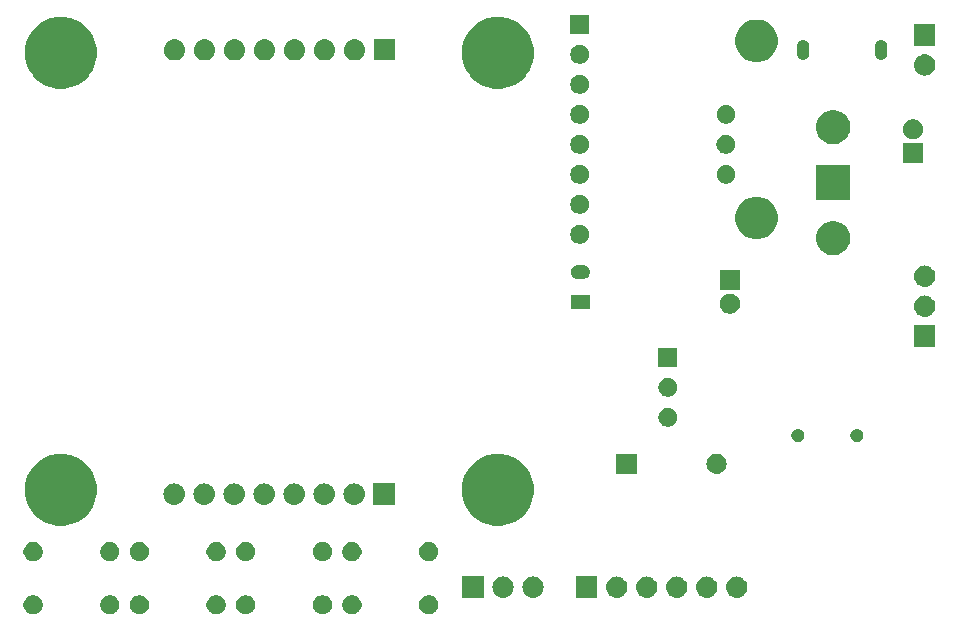
<source format=gbr>
G04 #@! TF.GenerationSoftware,KiCad,Pcbnew,(5.0.2)-1*
G04 #@! TF.CreationDate,2019-02-15T20:24:45+01:00*
G04 #@! TF.ProjectId,PCB_Simon_mount_rev2,5043425f-5369-46d6-9f6e-5f6d6f756e74,rev?*
G04 #@! TF.SameCoordinates,Original*
G04 #@! TF.FileFunction,Soldermask,Bot*
G04 #@! TF.FilePolarity,Negative*
%FSLAX46Y46*%
G04 Gerber Fmt 4.6, Leading zero omitted, Abs format (unit mm)*
G04 Created by KiCad (PCBNEW (5.0.2)-1) date 2019-02-15 20:24:45*
%MOMM*%
%LPD*%
G01*
G04 APERTURE LIST*
%ADD10C,0.100000*%
G04 APERTURE END LIST*
D10*
G36*
X31987142Y-63968242D02*
X32135102Y-64029530D01*
X32268258Y-64118502D01*
X32381498Y-64231742D01*
X32470470Y-64364898D01*
X32531758Y-64512858D01*
X32563000Y-64669925D01*
X32563000Y-64830075D01*
X32531758Y-64987142D01*
X32470470Y-65135102D01*
X32381498Y-65268258D01*
X32268258Y-65381498D01*
X32135102Y-65470470D01*
X31987142Y-65531758D01*
X31830075Y-65563000D01*
X31669925Y-65563000D01*
X31512858Y-65531758D01*
X31364898Y-65470470D01*
X31231742Y-65381498D01*
X31118502Y-65268258D01*
X31029530Y-65135102D01*
X30968242Y-64987142D01*
X30937000Y-64830075D01*
X30937000Y-64669925D01*
X30968242Y-64512858D01*
X31029530Y-64364898D01*
X31118502Y-64231742D01*
X31231742Y-64118502D01*
X31364898Y-64029530D01*
X31512858Y-63968242D01*
X31669925Y-63937000D01*
X31830075Y-63937000D01*
X31987142Y-63968242D01*
X31987142Y-63968242D01*
G37*
G36*
X43487142Y-63968242D02*
X43635102Y-64029530D01*
X43768258Y-64118502D01*
X43881498Y-64231742D01*
X43970470Y-64364898D01*
X44031758Y-64512858D01*
X44063000Y-64669925D01*
X44063000Y-64830075D01*
X44031758Y-64987142D01*
X43970470Y-65135102D01*
X43881498Y-65268258D01*
X43768258Y-65381498D01*
X43635102Y-65470470D01*
X43487142Y-65531758D01*
X43330075Y-65563000D01*
X43169925Y-65563000D01*
X43012858Y-65531758D01*
X42864898Y-65470470D01*
X42731742Y-65381498D01*
X42618502Y-65268258D01*
X42529530Y-65135102D01*
X42468242Y-64987142D01*
X42437000Y-64830075D01*
X42437000Y-64669925D01*
X42468242Y-64512858D01*
X42529530Y-64364898D01*
X42618502Y-64231742D01*
X42731742Y-64118502D01*
X42864898Y-64029530D01*
X43012858Y-63968242D01*
X43169925Y-63937000D01*
X43330075Y-63937000D01*
X43487142Y-63968242D01*
X43487142Y-63968242D01*
G37*
G36*
X22987142Y-63968242D02*
X23135102Y-64029530D01*
X23268258Y-64118502D01*
X23381498Y-64231742D01*
X23470470Y-64364898D01*
X23531758Y-64512858D01*
X23563000Y-64669925D01*
X23563000Y-64830075D01*
X23531758Y-64987142D01*
X23470470Y-65135102D01*
X23381498Y-65268258D01*
X23268258Y-65381498D01*
X23135102Y-65470470D01*
X22987142Y-65531758D01*
X22830075Y-65563000D01*
X22669925Y-65563000D01*
X22512858Y-65531758D01*
X22364898Y-65470470D01*
X22231742Y-65381498D01*
X22118502Y-65268258D01*
X22029530Y-65135102D01*
X21968242Y-64987142D01*
X21937000Y-64830075D01*
X21937000Y-64669925D01*
X21968242Y-64512858D01*
X22029530Y-64364898D01*
X22118502Y-64231742D01*
X22231742Y-64118502D01*
X22364898Y-64029530D01*
X22512858Y-63968242D01*
X22669925Y-63937000D01*
X22830075Y-63937000D01*
X22987142Y-63968242D01*
X22987142Y-63968242D01*
G37*
G36*
X16487142Y-63968242D02*
X16635102Y-64029530D01*
X16768258Y-64118502D01*
X16881498Y-64231742D01*
X16970470Y-64364898D01*
X17031758Y-64512858D01*
X17063000Y-64669925D01*
X17063000Y-64830075D01*
X17031758Y-64987142D01*
X16970470Y-65135102D01*
X16881498Y-65268258D01*
X16768258Y-65381498D01*
X16635102Y-65470470D01*
X16487142Y-65531758D01*
X16330075Y-65563000D01*
X16169925Y-65563000D01*
X16012858Y-65531758D01*
X15864898Y-65470470D01*
X15731742Y-65381498D01*
X15618502Y-65268258D01*
X15529530Y-65135102D01*
X15468242Y-64987142D01*
X15437000Y-64830075D01*
X15437000Y-64669925D01*
X15468242Y-64512858D01*
X15529530Y-64364898D01*
X15618502Y-64231742D01*
X15731742Y-64118502D01*
X15864898Y-64029530D01*
X16012858Y-63968242D01*
X16169925Y-63937000D01*
X16330075Y-63937000D01*
X16487142Y-63968242D01*
X16487142Y-63968242D01*
G37*
G36*
X49987142Y-63968242D02*
X50135102Y-64029530D01*
X50268258Y-64118502D01*
X50381498Y-64231742D01*
X50470470Y-64364898D01*
X50531758Y-64512858D01*
X50563000Y-64669925D01*
X50563000Y-64830075D01*
X50531758Y-64987142D01*
X50470470Y-65135102D01*
X50381498Y-65268258D01*
X50268258Y-65381498D01*
X50135102Y-65470470D01*
X49987142Y-65531758D01*
X49830075Y-65563000D01*
X49669925Y-65563000D01*
X49512858Y-65531758D01*
X49364898Y-65470470D01*
X49231742Y-65381498D01*
X49118502Y-65268258D01*
X49029530Y-65135102D01*
X48968242Y-64987142D01*
X48937000Y-64830075D01*
X48937000Y-64669925D01*
X48968242Y-64512858D01*
X49029530Y-64364898D01*
X49118502Y-64231742D01*
X49231742Y-64118502D01*
X49364898Y-64029530D01*
X49512858Y-63968242D01*
X49669925Y-63937000D01*
X49830075Y-63937000D01*
X49987142Y-63968242D01*
X49987142Y-63968242D01*
G37*
G36*
X34487142Y-63968242D02*
X34635102Y-64029530D01*
X34768258Y-64118502D01*
X34881498Y-64231742D01*
X34970470Y-64364898D01*
X35031758Y-64512858D01*
X35063000Y-64669925D01*
X35063000Y-64830075D01*
X35031758Y-64987142D01*
X34970470Y-65135102D01*
X34881498Y-65268258D01*
X34768258Y-65381498D01*
X34635102Y-65470470D01*
X34487142Y-65531758D01*
X34330075Y-65563000D01*
X34169925Y-65563000D01*
X34012858Y-65531758D01*
X33864898Y-65470470D01*
X33731742Y-65381498D01*
X33618502Y-65268258D01*
X33529530Y-65135102D01*
X33468242Y-64987142D01*
X33437000Y-64830075D01*
X33437000Y-64669925D01*
X33468242Y-64512858D01*
X33529530Y-64364898D01*
X33618502Y-64231742D01*
X33731742Y-64118502D01*
X33864898Y-64029530D01*
X34012858Y-63968242D01*
X34169925Y-63937000D01*
X34330075Y-63937000D01*
X34487142Y-63968242D01*
X34487142Y-63968242D01*
G37*
G36*
X25487142Y-63968242D02*
X25635102Y-64029530D01*
X25768258Y-64118502D01*
X25881498Y-64231742D01*
X25970470Y-64364898D01*
X26031758Y-64512858D01*
X26063000Y-64669925D01*
X26063000Y-64830075D01*
X26031758Y-64987142D01*
X25970470Y-65135102D01*
X25881498Y-65268258D01*
X25768258Y-65381498D01*
X25635102Y-65470470D01*
X25487142Y-65531758D01*
X25330075Y-65563000D01*
X25169925Y-65563000D01*
X25012858Y-65531758D01*
X24864898Y-65470470D01*
X24731742Y-65381498D01*
X24618502Y-65268258D01*
X24529530Y-65135102D01*
X24468242Y-64987142D01*
X24437000Y-64830075D01*
X24437000Y-64669925D01*
X24468242Y-64512858D01*
X24529530Y-64364898D01*
X24618502Y-64231742D01*
X24731742Y-64118502D01*
X24864898Y-64029530D01*
X25012858Y-63968242D01*
X25169925Y-63937000D01*
X25330075Y-63937000D01*
X25487142Y-63968242D01*
X25487142Y-63968242D01*
G37*
G36*
X40987142Y-63968242D02*
X41135102Y-64029530D01*
X41268258Y-64118502D01*
X41381498Y-64231742D01*
X41470470Y-64364898D01*
X41531758Y-64512858D01*
X41563000Y-64669925D01*
X41563000Y-64830075D01*
X41531758Y-64987142D01*
X41470470Y-65135102D01*
X41381498Y-65268258D01*
X41268258Y-65381498D01*
X41135102Y-65470470D01*
X40987142Y-65531758D01*
X40830075Y-65563000D01*
X40669925Y-65563000D01*
X40512858Y-65531758D01*
X40364898Y-65470470D01*
X40231742Y-65381498D01*
X40118502Y-65268258D01*
X40029530Y-65135102D01*
X39968242Y-64987142D01*
X39937000Y-64830075D01*
X39937000Y-64669925D01*
X39968242Y-64512858D01*
X40029530Y-64364898D01*
X40118502Y-64231742D01*
X40231742Y-64118502D01*
X40364898Y-64029530D01*
X40512858Y-63968242D01*
X40669925Y-63937000D01*
X40830075Y-63937000D01*
X40987142Y-63968242D01*
X40987142Y-63968242D01*
G37*
G36*
X64031000Y-64151000D02*
X62229000Y-64151000D01*
X62229000Y-62349000D01*
X64031000Y-62349000D01*
X64031000Y-64151000D01*
X64031000Y-64151000D01*
G37*
G36*
X70860443Y-62355519D02*
X70926627Y-62362037D01*
X71039853Y-62396384D01*
X71096467Y-62413557D01*
X71235087Y-62487652D01*
X71252991Y-62497222D01*
X71288729Y-62526552D01*
X71390186Y-62609814D01*
X71473448Y-62711271D01*
X71502778Y-62747009D01*
X71502779Y-62747011D01*
X71586443Y-62903533D01*
X71586443Y-62903534D01*
X71637963Y-63073373D01*
X71655359Y-63250000D01*
X71637963Y-63426627D01*
X71603616Y-63539853D01*
X71586443Y-63596467D01*
X71512348Y-63735087D01*
X71502778Y-63752991D01*
X71473448Y-63788729D01*
X71390186Y-63890186D01*
X71295073Y-63968242D01*
X71252991Y-64002778D01*
X71252989Y-64002779D01*
X71096467Y-64086443D01*
X71039853Y-64103616D01*
X70926627Y-64137963D01*
X70860443Y-64144481D01*
X70794260Y-64151000D01*
X70705740Y-64151000D01*
X70639557Y-64144481D01*
X70573373Y-64137963D01*
X70460147Y-64103616D01*
X70403533Y-64086443D01*
X70247011Y-64002779D01*
X70247009Y-64002778D01*
X70204927Y-63968242D01*
X70109814Y-63890186D01*
X70026552Y-63788729D01*
X69997222Y-63752991D01*
X69987652Y-63735087D01*
X69913557Y-63596467D01*
X69896384Y-63539853D01*
X69862037Y-63426627D01*
X69844641Y-63250000D01*
X69862037Y-63073373D01*
X69913557Y-62903534D01*
X69913557Y-62903533D01*
X69997221Y-62747011D01*
X69997222Y-62747009D01*
X70026552Y-62711271D01*
X70109814Y-62609814D01*
X70211271Y-62526552D01*
X70247009Y-62497222D01*
X70264913Y-62487652D01*
X70403533Y-62413557D01*
X70460147Y-62396384D01*
X70573373Y-62362037D01*
X70639557Y-62355519D01*
X70705740Y-62349000D01*
X70794260Y-62349000D01*
X70860443Y-62355519D01*
X70860443Y-62355519D01*
G37*
G36*
X65780443Y-62355519D02*
X65846627Y-62362037D01*
X65959853Y-62396384D01*
X66016467Y-62413557D01*
X66155087Y-62487652D01*
X66172991Y-62497222D01*
X66208729Y-62526552D01*
X66310186Y-62609814D01*
X66393448Y-62711271D01*
X66422778Y-62747009D01*
X66422779Y-62747011D01*
X66506443Y-62903533D01*
X66506443Y-62903534D01*
X66557963Y-63073373D01*
X66575359Y-63250000D01*
X66557963Y-63426627D01*
X66523616Y-63539853D01*
X66506443Y-63596467D01*
X66432348Y-63735087D01*
X66422778Y-63752991D01*
X66393448Y-63788729D01*
X66310186Y-63890186D01*
X66215073Y-63968242D01*
X66172991Y-64002778D01*
X66172989Y-64002779D01*
X66016467Y-64086443D01*
X65959853Y-64103616D01*
X65846627Y-64137963D01*
X65780443Y-64144481D01*
X65714260Y-64151000D01*
X65625740Y-64151000D01*
X65559557Y-64144481D01*
X65493373Y-64137963D01*
X65380147Y-64103616D01*
X65323533Y-64086443D01*
X65167011Y-64002779D01*
X65167009Y-64002778D01*
X65124927Y-63968242D01*
X65029814Y-63890186D01*
X64946552Y-63788729D01*
X64917222Y-63752991D01*
X64907652Y-63735087D01*
X64833557Y-63596467D01*
X64816384Y-63539853D01*
X64782037Y-63426627D01*
X64764641Y-63250000D01*
X64782037Y-63073373D01*
X64833557Y-62903534D01*
X64833557Y-62903533D01*
X64917221Y-62747011D01*
X64917222Y-62747009D01*
X64946552Y-62711271D01*
X65029814Y-62609814D01*
X65131271Y-62526552D01*
X65167009Y-62497222D01*
X65184913Y-62487652D01*
X65323533Y-62413557D01*
X65380147Y-62396384D01*
X65493373Y-62362037D01*
X65559557Y-62355519D01*
X65625740Y-62349000D01*
X65714260Y-62349000D01*
X65780443Y-62355519D01*
X65780443Y-62355519D01*
G37*
G36*
X68320443Y-62355519D02*
X68386627Y-62362037D01*
X68499853Y-62396384D01*
X68556467Y-62413557D01*
X68695087Y-62487652D01*
X68712991Y-62497222D01*
X68748729Y-62526552D01*
X68850186Y-62609814D01*
X68933448Y-62711271D01*
X68962778Y-62747009D01*
X68962779Y-62747011D01*
X69046443Y-62903533D01*
X69046443Y-62903534D01*
X69097963Y-63073373D01*
X69115359Y-63250000D01*
X69097963Y-63426627D01*
X69063616Y-63539853D01*
X69046443Y-63596467D01*
X68972348Y-63735087D01*
X68962778Y-63752991D01*
X68933448Y-63788729D01*
X68850186Y-63890186D01*
X68755073Y-63968242D01*
X68712991Y-64002778D01*
X68712989Y-64002779D01*
X68556467Y-64086443D01*
X68499853Y-64103616D01*
X68386627Y-64137963D01*
X68320443Y-64144481D01*
X68254260Y-64151000D01*
X68165740Y-64151000D01*
X68099557Y-64144481D01*
X68033373Y-64137963D01*
X67920147Y-64103616D01*
X67863533Y-64086443D01*
X67707011Y-64002779D01*
X67707009Y-64002778D01*
X67664927Y-63968242D01*
X67569814Y-63890186D01*
X67486552Y-63788729D01*
X67457222Y-63752991D01*
X67447652Y-63735087D01*
X67373557Y-63596467D01*
X67356384Y-63539853D01*
X67322037Y-63426627D01*
X67304641Y-63250000D01*
X67322037Y-63073373D01*
X67373557Y-62903534D01*
X67373557Y-62903533D01*
X67457221Y-62747011D01*
X67457222Y-62747009D01*
X67486552Y-62711271D01*
X67569814Y-62609814D01*
X67671271Y-62526552D01*
X67707009Y-62497222D01*
X67724913Y-62487652D01*
X67863533Y-62413557D01*
X67920147Y-62396384D01*
X68033373Y-62362037D01*
X68099557Y-62355519D01*
X68165740Y-62349000D01*
X68254260Y-62349000D01*
X68320443Y-62355519D01*
X68320443Y-62355519D01*
G37*
G36*
X73400443Y-62355519D02*
X73466627Y-62362037D01*
X73579853Y-62396384D01*
X73636467Y-62413557D01*
X73775087Y-62487652D01*
X73792991Y-62497222D01*
X73828729Y-62526552D01*
X73930186Y-62609814D01*
X74013448Y-62711271D01*
X74042778Y-62747009D01*
X74042779Y-62747011D01*
X74126443Y-62903533D01*
X74126443Y-62903534D01*
X74177963Y-63073373D01*
X74195359Y-63250000D01*
X74177963Y-63426627D01*
X74143616Y-63539853D01*
X74126443Y-63596467D01*
X74052348Y-63735087D01*
X74042778Y-63752991D01*
X74013448Y-63788729D01*
X73930186Y-63890186D01*
X73835073Y-63968242D01*
X73792991Y-64002778D01*
X73792989Y-64002779D01*
X73636467Y-64086443D01*
X73579853Y-64103616D01*
X73466627Y-64137963D01*
X73400443Y-64144481D01*
X73334260Y-64151000D01*
X73245740Y-64151000D01*
X73179557Y-64144481D01*
X73113373Y-64137963D01*
X73000147Y-64103616D01*
X72943533Y-64086443D01*
X72787011Y-64002779D01*
X72787009Y-64002778D01*
X72744927Y-63968242D01*
X72649814Y-63890186D01*
X72566552Y-63788729D01*
X72537222Y-63752991D01*
X72527652Y-63735087D01*
X72453557Y-63596467D01*
X72436384Y-63539853D01*
X72402037Y-63426627D01*
X72384641Y-63250000D01*
X72402037Y-63073373D01*
X72453557Y-62903534D01*
X72453557Y-62903533D01*
X72537221Y-62747011D01*
X72537222Y-62747009D01*
X72566552Y-62711271D01*
X72649814Y-62609814D01*
X72751271Y-62526552D01*
X72787009Y-62497222D01*
X72804913Y-62487652D01*
X72943533Y-62413557D01*
X73000147Y-62396384D01*
X73113373Y-62362037D01*
X73179557Y-62355519D01*
X73245740Y-62349000D01*
X73334260Y-62349000D01*
X73400443Y-62355519D01*
X73400443Y-62355519D01*
G37*
G36*
X75940443Y-62355519D02*
X76006627Y-62362037D01*
X76119853Y-62396384D01*
X76176467Y-62413557D01*
X76315087Y-62487652D01*
X76332991Y-62497222D01*
X76368729Y-62526552D01*
X76470186Y-62609814D01*
X76553448Y-62711271D01*
X76582778Y-62747009D01*
X76582779Y-62747011D01*
X76666443Y-62903533D01*
X76666443Y-62903534D01*
X76717963Y-63073373D01*
X76735359Y-63250000D01*
X76717963Y-63426627D01*
X76683616Y-63539853D01*
X76666443Y-63596467D01*
X76592348Y-63735087D01*
X76582778Y-63752991D01*
X76553448Y-63788729D01*
X76470186Y-63890186D01*
X76375073Y-63968242D01*
X76332991Y-64002778D01*
X76332989Y-64002779D01*
X76176467Y-64086443D01*
X76119853Y-64103616D01*
X76006627Y-64137963D01*
X75940443Y-64144481D01*
X75874260Y-64151000D01*
X75785740Y-64151000D01*
X75719557Y-64144481D01*
X75653373Y-64137963D01*
X75540147Y-64103616D01*
X75483533Y-64086443D01*
X75327011Y-64002779D01*
X75327009Y-64002778D01*
X75284927Y-63968242D01*
X75189814Y-63890186D01*
X75106552Y-63788729D01*
X75077222Y-63752991D01*
X75067652Y-63735087D01*
X74993557Y-63596467D01*
X74976384Y-63539853D01*
X74942037Y-63426627D01*
X74924641Y-63250000D01*
X74942037Y-63073373D01*
X74993557Y-62903534D01*
X74993557Y-62903533D01*
X75077221Y-62747011D01*
X75077222Y-62747009D01*
X75106552Y-62711271D01*
X75189814Y-62609814D01*
X75291271Y-62526552D01*
X75327009Y-62497222D01*
X75344913Y-62487652D01*
X75483533Y-62413557D01*
X75540147Y-62396384D01*
X75653373Y-62362037D01*
X75719557Y-62355519D01*
X75785740Y-62349000D01*
X75874260Y-62349000D01*
X75940443Y-62355519D01*
X75940443Y-62355519D01*
G37*
G36*
X58690443Y-62355519D02*
X58756627Y-62362037D01*
X58869853Y-62396384D01*
X58926467Y-62413557D01*
X59065087Y-62487652D01*
X59082991Y-62497222D01*
X59118729Y-62526552D01*
X59220186Y-62609814D01*
X59303448Y-62711271D01*
X59332778Y-62747009D01*
X59332779Y-62747011D01*
X59416443Y-62903533D01*
X59416443Y-62903534D01*
X59467963Y-63073373D01*
X59485359Y-63250000D01*
X59467963Y-63426627D01*
X59433616Y-63539853D01*
X59416443Y-63596467D01*
X59342348Y-63735087D01*
X59332778Y-63752991D01*
X59303448Y-63788729D01*
X59220186Y-63890186D01*
X59125073Y-63968242D01*
X59082991Y-64002778D01*
X59082989Y-64002779D01*
X58926467Y-64086443D01*
X58869853Y-64103616D01*
X58756627Y-64137963D01*
X58690443Y-64144481D01*
X58624260Y-64151000D01*
X58535740Y-64151000D01*
X58469557Y-64144481D01*
X58403373Y-64137963D01*
X58290147Y-64103616D01*
X58233533Y-64086443D01*
X58077011Y-64002779D01*
X58077009Y-64002778D01*
X58034927Y-63968242D01*
X57939814Y-63890186D01*
X57856552Y-63788729D01*
X57827222Y-63752991D01*
X57817652Y-63735087D01*
X57743557Y-63596467D01*
X57726384Y-63539853D01*
X57692037Y-63426627D01*
X57674641Y-63250000D01*
X57692037Y-63073373D01*
X57743557Y-62903534D01*
X57743557Y-62903533D01*
X57827221Y-62747011D01*
X57827222Y-62747009D01*
X57856552Y-62711271D01*
X57939814Y-62609814D01*
X58041271Y-62526552D01*
X58077009Y-62497222D01*
X58094913Y-62487652D01*
X58233533Y-62413557D01*
X58290147Y-62396384D01*
X58403373Y-62362037D01*
X58469557Y-62355519D01*
X58535740Y-62349000D01*
X58624260Y-62349000D01*
X58690443Y-62355519D01*
X58690443Y-62355519D01*
G37*
G36*
X56150443Y-62355519D02*
X56216627Y-62362037D01*
X56329853Y-62396384D01*
X56386467Y-62413557D01*
X56525087Y-62487652D01*
X56542991Y-62497222D01*
X56578729Y-62526552D01*
X56680186Y-62609814D01*
X56763448Y-62711271D01*
X56792778Y-62747009D01*
X56792779Y-62747011D01*
X56876443Y-62903533D01*
X56876443Y-62903534D01*
X56927963Y-63073373D01*
X56945359Y-63250000D01*
X56927963Y-63426627D01*
X56893616Y-63539853D01*
X56876443Y-63596467D01*
X56802348Y-63735087D01*
X56792778Y-63752991D01*
X56763448Y-63788729D01*
X56680186Y-63890186D01*
X56585073Y-63968242D01*
X56542991Y-64002778D01*
X56542989Y-64002779D01*
X56386467Y-64086443D01*
X56329853Y-64103616D01*
X56216627Y-64137963D01*
X56150443Y-64144481D01*
X56084260Y-64151000D01*
X55995740Y-64151000D01*
X55929557Y-64144481D01*
X55863373Y-64137963D01*
X55750147Y-64103616D01*
X55693533Y-64086443D01*
X55537011Y-64002779D01*
X55537009Y-64002778D01*
X55494927Y-63968242D01*
X55399814Y-63890186D01*
X55316552Y-63788729D01*
X55287222Y-63752991D01*
X55277652Y-63735087D01*
X55203557Y-63596467D01*
X55186384Y-63539853D01*
X55152037Y-63426627D01*
X55134641Y-63250000D01*
X55152037Y-63073373D01*
X55203557Y-62903534D01*
X55203557Y-62903533D01*
X55287221Y-62747011D01*
X55287222Y-62747009D01*
X55316552Y-62711271D01*
X55399814Y-62609814D01*
X55501271Y-62526552D01*
X55537009Y-62497222D01*
X55554913Y-62487652D01*
X55693533Y-62413557D01*
X55750147Y-62396384D01*
X55863373Y-62362037D01*
X55929557Y-62355519D01*
X55995740Y-62349000D01*
X56084260Y-62349000D01*
X56150443Y-62355519D01*
X56150443Y-62355519D01*
G37*
G36*
X54401000Y-64151000D02*
X52599000Y-64151000D01*
X52599000Y-62349000D01*
X54401000Y-62349000D01*
X54401000Y-64151000D01*
X54401000Y-64151000D01*
G37*
G36*
X43487142Y-59468242D02*
X43635102Y-59529530D01*
X43768258Y-59618502D01*
X43881498Y-59731742D01*
X43970470Y-59864898D01*
X44031758Y-60012858D01*
X44063000Y-60169925D01*
X44063000Y-60330075D01*
X44031758Y-60487142D01*
X43970470Y-60635102D01*
X43881498Y-60768258D01*
X43768258Y-60881498D01*
X43635102Y-60970470D01*
X43487142Y-61031758D01*
X43330075Y-61063000D01*
X43169925Y-61063000D01*
X43012858Y-61031758D01*
X42864898Y-60970470D01*
X42731742Y-60881498D01*
X42618502Y-60768258D01*
X42529530Y-60635102D01*
X42468242Y-60487142D01*
X42437000Y-60330075D01*
X42437000Y-60169925D01*
X42468242Y-60012858D01*
X42529530Y-59864898D01*
X42618502Y-59731742D01*
X42731742Y-59618502D01*
X42864898Y-59529530D01*
X43012858Y-59468242D01*
X43169925Y-59437000D01*
X43330075Y-59437000D01*
X43487142Y-59468242D01*
X43487142Y-59468242D01*
G37*
G36*
X49987142Y-59468242D02*
X50135102Y-59529530D01*
X50268258Y-59618502D01*
X50381498Y-59731742D01*
X50470470Y-59864898D01*
X50531758Y-60012858D01*
X50563000Y-60169925D01*
X50563000Y-60330075D01*
X50531758Y-60487142D01*
X50470470Y-60635102D01*
X50381498Y-60768258D01*
X50268258Y-60881498D01*
X50135102Y-60970470D01*
X49987142Y-61031758D01*
X49830075Y-61063000D01*
X49669925Y-61063000D01*
X49512858Y-61031758D01*
X49364898Y-60970470D01*
X49231742Y-60881498D01*
X49118502Y-60768258D01*
X49029530Y-60635102D01*
X48968242Y-60487142D01*
X48937000Y-60330075D01*
X48937000Y-60169925D01*
X48968242Y-60012858D01*
X49029530Y-59864898D01*
X49118502Y-59731742D01*
X49231742Y-59618502D01*
X49364898Y-59529530D01*
X49512858Y-59468242D01*
X49669925Y-59437000D01*
X49830075Y-59437000D01*
X49987142Y-59468242D01*
X49987142Y-59468242D01*
G37*
G36*
X34487142Y-59468242D02*
X34635102Y-59529530D01*
X34768258Y-59618502D01*
X34881498Y-59731742D01*
X34970470Y-59864898D01*
X35031758Y-60012858D01*
X35063000Y-60169925D01*
X35063000Y-60330075D01*
X35031758Y-60487142D01*
X34970470Y-60635102D01*
X34881498Y-60768258D01*
X34768258Y-60881498D01*
X34635102Y-60970470D01*
X34487142Y-61031758D01*
X34330075Y-61063000D01*
X34169925Y-61063000D01*
X34012858Y-61031758D01*
X33864898Y-60970470D01*
X33731742Y-60881498D01*
X33618502Y-60768258D01*
X33529530Y-60635102D01*
X33468242Y-60487142D01*
X33437000Y-60330075D01*
X33437000Y-60169925D01*
X33468242Y-60012858D01*
X33529530Y-59864898D01*
X33618502Y-59731742D01*
X33731742Y-59618502D01*
X33864898Y-59529530D01*
X34012858Y-59468242D01*
X34169925Y-59437000D01*
X34330075Y-59437000D01*
X34487142Y-59468242D01*
X34487142Y-59468242D01*
G37*
G36*
X31987142Y-59468242D02*
X32135102Y-59529530D01*
X32268258Y-59618502D01*
X32381498Y-59731742D01*
X32470470Y-59864898D01*
X32531758Y-60012858D01*
X32563000Y-60169925D01*
X32563000Y-60330075D01*
X32531758Y-60487142D01*
X32470470Y-60635102D01*
X32381498Y-60768258D01*
X32268258Y-60881498D01*
X32135102Y-60970470D01*
X31987142Y-61031758D01*
X31830075Y-61063000D01*
X31669925Y-61063000D01*
X31512858Y-61031758D01*
X31364898Y-60970470D01*
X31231742Y-60881498D01*
X31118502Y-60768258D01*
X31029530Y-60635102D01*
X30968242Y-60487142D01*
X30937000Y-60330075D01*
X30937000Y-60169925D01*
X30968242Y-60012858D01*
X31029530Y-59864898D01*
X31118502Y-59731742D01*
X31231742Y-59618502D01*
X31364898Y-59529530D01*
X31512858Y-59468242D01*
X31669925Y-59437000D01*
X31830075Y-59437000D01*
X31987142Y-59468242D01*
X31987142Y-59468242D01*
G37*
G36*
X22987142Y-59468242D02*
X23135102Y-59529530D01*
X23268258Y-59618502D01*
X23381498Y-59731742D01*
X23470470Y-59864898D01*
X23531758Y-60012858D01*
X23563000Y-60169925D01*
X23563000Y-60330075D01*
X23531758Y-60487142D01*
X23470470Y-60635102D01*
X23381498Y-60768258D01*
X23268258Y-60881498D01*
X23135102Y-60970470D01*
X22987142Y-61031758D01*
X22830075Y-61063000D01*
X22669925Y-61063000D01*
X22512858Y-61031758D01*
X22364898Y-60970470D01*
X22231742Y-60881498D01*
X22118502Y-60768258D01*
X22029530Y-60635102D01*
X21968242Y-60487142D01*
X21937000Y-60330075D01*
X21937000Y-60169925D01*
X21968242Y-60012858D01*
X22029530Y-59864898D01*
X22118502Y-59731742D01*
X22231742Y-59618502D01*
X22364898Y-59529530D01*
X22512858Y-59468242D01*
X22669925Y-59437000D01*
X22830075Y-59437000D01*
X22987142Y-59468242D01*
X22987142Y-59468242D01*
G37*
G36*
X16487142Y-59468242D02*
X16635102Y-59529530D01*
X16768258Y-59618502D01*
X16881498Y-59731742D01*
X16970470Y-59864898D01*
X17031758Y-60012858D01*
X17063000Y-60169925D01*
X17063000Y-60330075D01*
X17031758Y-60487142D01*
X16970470Y-60635102D01*
X16881498Y-60768258D01*
X16768258Y-60881498D01*
X16635102Y-60970470D01*
X16487142Y-61031758D01*
X16330075Y-61063000D01*
X16169925Y-61063000D01*
X16012858Y-61031758D01*
X15864898Y-60970470D01*
X15731742Y-60881498D01*
X15618502Y-60768258D01*
X15529530Y-60635102D01*
X15468242Y-60487142D01*
X15437000Y-60330075D01*
X15437000Y-60169925D01*
X15468242Y-60012858D01*
X15529530Y-59864898D01*
X15618502Y-59731742D01*
X15731742Y-59618502D01*
X15864898Y-59529530D01*
X16012858Y-59468242D01*
X16169925Y-59437000D01*
X16330075Y-59437000D01*
X16487142Y-59468242D01*
X16487142Y-59468242D01*
G37*
G36*
X40987142Y-59468242D02*
X41135102Y-59529530D01*
X41268258Y-59618502D01*
X41381498Y-59731742D01*
X41470470Y-59864898D01*
X41531758Y-60012858D01*
X41563000Y-60169925D01*
X41563000Y-60330075D01*
X41531758Y-60487142D01*
X41470470Y-60635102D01*
X41381498Y-60768258D01*
X41268258Y-60881498D01*
X41135102Y-60970470D01*
X40987142Y-61031758D01*
X40830075Y-61063000D01*
X40669925Y-61063000D01*
X40512858Y-61031758D01*
X40364898Y-60970470D01*
X40231742Y-60881498D01*
X40118502Y-60768258D01*
X40029530Y-60635102D01*
X39968242Y-60487142D01*
X39937000Y-60330075D01*
X39937000Y-60169925D01*
X39968242Y-60012858D01*
X40029530Y-59864898D01*
X40118502Y-59731742D01*
X40231742Y-59618502D01*
X40364898Y-59529530D01*
X40512858Y-59468242D01*
X40669925Y-59437000D01*
X40830075Y-59437000D01*
X40987142Y-59468242D01*
X40987142Y-59468242D01*
G37*
G36*
X25487142Y-59468242D02*
X25635102Y-59529530D01*
X25768258Y-59618502D01*
X25881498Y-59731742D01*
X25970470Y-59864898D01*
X26031758Y-60012858D01*
X26063000Y-60169925D01*
X26063000Y-60330075D01*
X26031758Y-60487142D01*
X25970470Y-60635102D01*
X25881498Y-60768258D01*
X25768258Y-60881498D01*
X25635102Y-60970470D01*
X25487142Y-61031758D01*
X25330075Y-61063000D01*
X25169925Y-61063000D01*
X25012858Y-61031758D01*
X24864898Y-60970470D01*
X24731742Y-60881498D01*
X24618502Y-60768258D01*
X24529530Y-60635102D01*
X24468242Y-60487142D01*
X24437000Y-60330075D01*
X24437000Y-60169925D01*
X24468242Y-60012858D01*
X24529530Y-59864898D01*
X24618502Y-59731742D01*
X24731742Y-59618502D01*
X24864898Y-59529530D01*
X25012858Y-59468242D01*
X25169925Y-59437000D01*
X25330075Y-59437000D01*
X25487142Y-59468242D01*
X25487142Y-59468242D01*
G37*
G36*
X19489941Y-52066248D02*
X19489943Y-52066249D01*
X19489944Y-52066249D01*
X20045190Y-52296239D01*
X20045191Y-52296240D01*
X20544902Y-52630136D01*
X20969864Y-53055098D01*
X20969866Y-53055101D01*
X21303761Y-53554810D01*
X21343604Y-53651000D01*
X21533752Y-54110059D01*
X21651000Y-54699501D01*
X21651000Y-55300499D01*
X21536105Y-55878114D01*
X21533751Y-55889944D01*
X21303761Y-56445190D01*
X21303760Y-56445191D01*
X20969864Y-56944902D01*
X20544902Y-57369864D01*
X20544899Y-57369866D01*
X20045190Y-57703761D01*
X19489944Y-57933751D01*
X19489943Y-57933751D01*
X19489941Y-57933752D01*
X18900499Y-58051000D01*
X18299501Y-58051000D01*
X17710059Y-57933752D01*
X17710057Y-57933751D01*
X17710056Y-57933751D01*
X17154810Y-57703761D01*
X16655101Y-57369866D01*
X16655098Y-57369864D01*
X16230136Y-56944902D01*
X15896240Y-56445191D01*
X15896239Y-56445190D01*
X15666249Y-55889944D01*
X15663896Y-55878114D01*
X15549000Y-55300499D01*
X15549000Y-54699501D01*
X15666248Y-54110059D01*
X15856396Y-53651000D01*
X15896239Y-53554810D01*
X16230134Y-53055101D01*
X16230136Y-53055098D01*
X16655098Y-52630136D01*
X17154809Y-52296240D01*
X17154810Y-52296239D01*
X17710056Y-52066249D01*
X17710057Y-52066249D01*
X17710059Y-52066248D01*
X18299501Y-51949000D01*
X18900499Y-51949000D01*
X19489941Y-52066248D01*
X19489941Y-52066248D01*
G37*
G36*
X56489941Y-52066248D02*
X56489943Y-52066249D01*
X56489944Y-52066249D01*
X57045190Y-52296239D01*
X57045191Y-52296240D01*
X57544902Y-52630136D01*
X57969864Y-53055098D01*
X57969866Y-53055101D01*
X58303761Y-53554810D01*
X58343604Y-53651000D01*
X58533752Y-54110059D01*
X58651000Y-54699501D01*
X58651000Y-55300499D01*
X58536105Y-55878114D01*
X58533751Y-55889944D01*
X58303761Y-56445190D01*
X58303760Y-56445191D01*
X57969864Y-56944902D01*
X57544902Y-57369864D01*
X57544899Y-57369866D01*
X57045190Y-57703761D01*
X56489944Y-57933751D01*
X56489943Y-57933751D01*
X56489941Y-57933752D01*
X55900499Y-58051000D01*
X55299501Y-58051000D01*
X54710059Y-57933752D01*
X54710057Y-57933751D01*
X54710056Y-57933751D01*
X54154810Y-57703761D01*
X53655101Y-57369866D01*
X53655098Y-57369864D01*
X53230136Y-56944902D01*
X52896240Y-56445191D01*
X52896239Y-56445190D01*
X52666249Y-55889944D01*
X52663896Y-55878114D01*
X52549000Y-55300499D01*
X52549000Y-54699501D01*
X52666248Y-54110059D01*
X52856396Y-53651000D01*
X52896239Y-53554810D01*
X53230134Y-53055101D01*
X53230136Y-53055098D01*
X53655098Y-52630136D01*
X54154809Y-52296240D01*
X54154810Y-52296239D01*
X54710056Y-52066249D01*
X54710057Y-52066249D01*
X54710059Y-52066248D01*
X55299501Y-51949000D01*
X55900499Y-51949000D01*
X56489941Y-52066248D01*
X56489941Y-52066248D01*
G37*
G36*
X33383632Y-54480643D02*
X33449817Y-54487162D01*
X33563043Y-54521509D01*
X33619657Y-54538682D01*
X33758277Y-54612777D01*
X33776181Y-54622347D01*
X33811919Y-54651677D01*
X33913376Y-54734939D01*
X33996638Y-54836396D01*
X34025968Y-54872134D01*
X34025969Y-54872136D01*
X34109633Y-55028658D01*
X34109633Y-55028659D01*
X34161153Y-55198498D01*
X34178549Y-55375125D01*
X34161153Y-55551752D01*
X34126806Y-55664978D01*
X34109633Y-55721592D01*
X34035538Y-55860212D01*
X34025968Y-55878116D01*
X34016263Y-55889941D01*
X33913376Y-56015311D01*
X33811919Y-56098573D01*
X33776181Y-56127903D01*
X33776179Y-56127904D01*
X33619657Y-56211568D01*
X33563043Y-56228741D01*
X33449817Y-56263088D01*
X33383632Y-56269607D01*
X33317450Y-56276125D01*
X33228930Y-56276125D01*
X33162748Y-56269607D01*
X33096563Y-56263088D01*
X32983337Y-56228741D01*
X32926723Y-56211568D01*
X32770201Y-56127904D01*
X32770199Y-56127903D01*
X32734461Y-56098573D01*
X32633004Y-56015311D01*
X32530117Y-55889941D01*
X32520412Y-55878116D01*
X32510842Y-55860212D01*
X32436747Y-55721592D01*
X32419574Y-55664978D01*
X32385227Y-55551752D01*
X32367831Y-55375125D01*
X32385227Y-55198498D01*
X32436747Y-55028659D01*
X32436747Y-55028658D01*
X32520411Y-54872136D01*
X32520412Y-54872134D01*
X32549742Y-54836396D01*
X32633004Y-54734939D01*
X32734461Y-54651677D01*
X32770199Y-54622347D01*
X32788103Y-54612777D01*
X32926723Y-54538682D01*
X32983337Y-54521509D01*
X33096563Y-54487162D01*
X33162748Y-54480643D01*
X33228930Y-54474125D01*
X33317450Y-54474125D01*
X33383632Y-54480643D01*
X33383632Y-54480643D01*
G37*
G36*
X35923632Y-54480643D02*
X35989817Y-54487162D01*
X36103043Y-54521509D01*
X36159657Y-54538682D01*
X36298277Y-54612777D01*
X36316181Y-54622347D01*
X36351919Y-54651677D01*
X36453376Y-54734939D01*
X36536638Y-54836396D01*
X36565968Y-54872134D01*
X36565969Y-54872136D01*
X36649633Y-55028658D01*
X36649633Y-55028659D01*
X36701153Y-55198498D01*
X36718549Y-55375125D01*
X36701153Y-55551752D01*
X36666806Y-55664978D01*
X36649633Y-55721592D01*
X36575538Y-55860212D01*
X36565968Y-55878116D01*
X36556263Y-55889941D01*
X36453376Y-56015311D01*
X36351919Y-56098573D01*
X36316181Y-56127903D01*
X36316179Y-56127904D01*
X36159657Y-56211568D01*
X36103043Y-56228741D01*
X35989817Y-56263088D01*
X35923632Y-56269607D01*
X35857450Y-56276125D01*
X35768930Y-56276125D01*
X35702748Y-56269607D01*
X35636563Y-56263088D01*
X35523337Y-56228741D01*
X35466723Y-56211568D01*
X35310201Y-56127904D01*
X35310199Y-56127903D01*
X35274461Y-56098573D01*
X35173004Y-56015311D01*
X35070117Y-55889941D01*
X35060412Y-55878116D01*
X35050842Y-55860212D01*
X34976747Y-55721592D01*
X34959574Y-55664978D01*
X34925227Y-55551752D01*
X34907831Y-55375125D01*
X34925227Y-55198498D01*
X34976747Y-55028659D01*
X34976747Y-55028658D01*
X35060411Y-54872136D01*
X35060412Y-54872134D01*
X35089742Y-54836396D01*
X35173004Y-54734939D01*
X35274461Y-54651677D01*
X35310199Y-54622347D01*
X35328103Y-54612777D01*
X35466723Y-54538682D01*
X35523337Y-54521509D01*
X35636563Y-54487162D01*
X35702748Y-54480643D01*
X35768930Y-54474125D01*
X35857450Y-54474125D01*
X35923632Y-54480643D01*
X35923632Y-54480643D01*
G37*
G36*
X38463632Y-54480643D02*
X38529817Y-54487162D01*
X38643043Y-54521509D01*
X38699657Y-54538682D01*
X38838277Y-54612777D01*
X38856181Y-54622347D01*
X38891919Y-54651677D01*
X38993376Y-54734939D01*
X39076638Y-54836396D01*
X39105968Y-54872134D01*
X39105969Y-54872136D01*
X39189633Y-55028658D01*
X39189633Y-55028659D01*
X39241153Y-55198498D01*
X39258549Y-55375125D01*
X39241153Y-55551752D01*
X39206806Y-55664978D01*
X39189633Y-55721592D01*
X39115538Y-55860212D01*
X39105968Y-55878116D01*
X39096263Y-55889941D01*
X38993376Y-56015311D01*
X38891919Y-56098573D01*
X38856181Y-56127903D01*
X38856179Y-56127904D01*
X38699657Y-56211568D01*
X38643043Y-56228741D01*
X38529817Y-56263088D01*
X38463632Y-56269607D01*
X38397450Y-56276125D01*
X38308930Y-56276125D01*
X38242748Y-56269607D01*
X38176563Y-56263088D01*
X38063337Y-56228741D01*
X38006723Y-56211568D01*
X37850201Y-56127904D01*
X37850199Y-56127903D01*
X37814461Y-56098573D01*
X37713004Y-56015311D01*
X37610117Y-55889941D01*
X37600412Y-55878116D01*
X37590842Y-55860212D01*
X37516747Y-55721592D01*
X37499574Y-55664978D01*
X37465227Y-55551752D01*
X37447831Y-55375125D01*
X37465227Y-55198498D01*
X37516747Y-55028659D01*
X37516747Y-55028658D01*
X37600411Y-54872136D01*
X37600412Y-54872134D01*
X37629742Y-54836396D01*
X37713004Y-54734939D01*
X37814461Y-54651677D01*
X37850199Y-54622347D01*
X37868103Y-54612777D01*
X38006723Y-54538682D01*
X38063337Y-54521509D01*
X38176563Y-54487162D01*
X38242748Y-54480643D01*
X38308930Y-54474125D01*
X38397450Y-54474125D01*
X38463632Y-54480643D01*
X38463632Y-54480643D01*
G37*
G36*
X30843632Y-54480643D02*
X30909817Y-54487162D01*
X31023043Y-54521509D01*
X31079657Y-54538682D01*
X31218277Y-54612777D01*
X31236181Y-54622347D01*
X31271919Y-54651677D01*
X31373376Y-54734939D01*
X31456638Y-54836396D01*
X31485968Y-54872134D01*
X31485969Y-54872136D01*
X31569633Y-55028658D01*
X31569633Y-55028659D01*
X31621153Y-55198498D01*
X31638549Y-55375125D01*
X31621153Y-55551752D01*
X31586806Y-55664978D01*
X31569633Y-55721592D01*
X31495538Y-55860212D01*
X31485968Y-55878116D01*
X31476263Y-55889941D01*
X31373376Y-56015311D01*
X31271919Y-56098573D01*
X31236181Y-56127903D01*
X31236179Y-56127904D01*
X31079657Y-56211568D01*
X31023043Y-56228741D01*
X30909817Y-56263088D01*
X30843632Y-56269607D01*
X30777450Y-56276125D01*
X30688930Y-56276125D01*
X30622748Y-56269607D01*
X30556563Y-56263088D01*
X30443337Y-56228741D01*
X30386723Y-56211568D01*
X30230201Y-56127904D01*
X30230199Y-56127903D01*
X30194461Y-56098573D01*
X30093004Y-56015311D01*
X29990117Y-55889941D01*
X29980412Y-55878116D01*
X29970842Y-55860212D01*
X29896747Y-55721592D01*
X29879574Y-55664978D01*
X29845227Y-55551752D01*
X29827831Y-55375125D01*
X29845227Y-55198498D01*
X29896747Y-55028659D01*
X29896747Y-55028658D01*
X29980411Y-54872136D01*
X29980412Y-54872134D01*
X30009742Y-54836396D01*
X30093004Y-54734939D01*
X30194461Y-54651677D01*
X30230199Y-54622347D01*
X30248103Y-54612777D01*
X30386723Y-54538682D01*
X30443337Y-54521509D01*
X30556563Y-54487162D01*
X30622748Y-54480643D01*
X30688930Y-54474125D01*
X30777450Y-54474125D01*
X30843632Y-54480643D01*
X30843632Y-54480643D01*
G37*
G36*
X28303632Y-54480643D02*
X28369817Y-54487162D01*
X28483043Y-54521509D01*
X28539657Y-54538682D01*
X28678277Y-54612777D01*
X28696181Y-54622347D01*
X28731919Y-54651677D01*
X28833376Y-54734939D01*
X28916638Y-54836396D01*
X28945968Y-54872134D01*
X28945969Y-54872136D01*
X29029633Y-55028658D01*
X29029633Y-55028659D01*
X29081153Y-55198498D01*
X29098549Y-55375125D01*
X29081153Y-55551752D01*
X29046806Y-55664978D01*
X29029633Y-55721592D01*
X28955538Y-55860212D01*
X28945968Y-55878116D01*
X28936263Y-55889941D01*
X28833376Y-56015311D01*
X28731919Y-56098573D01*
X28696181Y-56127903D01*
X28696179Y-56127904D01*
X28539657Y-56211568D01*
X28483043Y-56228741D01*
X28369817Y-56263088D01*
X28303632Y-56269607D01*
X28237450Y-56276125D01*
X28148930Y-56276125D01*
X28082748Y-56269607D01*
X28016563Y-56263088D01*
X27903337Y-56228741D01*
X27846723Y-56211568D01*
X27690201Y-56127904D01*
X27690199Y-56127903D01*
X27654461Y-56098573D01*
X27553004Y-56015311D01*
X27450117Y-55889941D01*
X27440412Y-55878116D01*
X27430842Y-55860212D01*
X27356747Y-55721592D01*
X27339574Y-55664978D01*
X27305227Y-55551752D01*
X27287831Y-55375125D01*
X27305227Y-55198498D01*
X27356747Y-55028659D01*
X27356747Y-55028658D01*
X27440411Y-54872136D01*
X27440412Y-54872134D01*
X27469742Y-54836396D01*
X27553004Y-54734939D01*
X27654461Y-54651677D01*
X27690199Y-54622347D01*
X27708103Y-54612777D01*
X27846723Y-54538682D01*
X27903337Y-54521509D01*
X28016563Y-54487162D01*
X28082748Y-54480643D01*
X28148930Y-54474125D01*
X28237450Y-54474125D01*
X28303632Y-54480643D01*
X28303632Y-54480643D01*
G37*
G36*
X43543632Y-54480643D02*
X43609817Y-54487162D01*
X43723043Y-54521509D01*
X43779657Y-54538682D01*
X43918277Y-54612777D01*
X43936181Y-54622347D01*
X43971919Y-54651677D01*
X44073376Y-54734939D01*
X44156638Y-54836396D01*
X44185968Y-54872134D01*
X44185969Y-54872136D01*
X44269633Y-55028658D01*
X44269633Y-55028659D01*
X44321153Y-55198498D01*
X44338549Y-55375125D01*
X44321153Y-55551752D01*
X44286806Y-55664978D01*
X44269633Y-55721592D01*
X44195538Y-55860212D01*
X44185968Y-55878116D01*
X44176263Y-55889941D01*
X44073376Y-56015311D01*
X43971919Y-56098573D01*
X43936181Y-56127903D01*
X43936179Y-56127904D01*
X43779657Y-56211568D01*
X43723043Y-56228741D01*
X43609817Y-56263088D01*
X43543632Y-56269607D01*
X43477450Y-56276125D01*
X43388930Y-56276125D01*
X43322748Y-56269607D01*
X43256563Y-56263088D01*
X43143337Y-56228741D01*
X43086723Y-56211568D01*
X42930201Y-56127904D01*
X42930199Y-56127903D01*
X42894461Y-56098573D01*
X42793004Y-56015311D01*
X42690117Y-55889941D01*
X42680412Y-55878116D01*
X42670842Y-55860212D01*
X42596747Y-55721592D01*
X42579574Y-55664978D01*
X42545227Y-55551752D01*
X42527831Y-55375125D01*
X42545227Y-55198498D01*
X42596747Y-55028659D01*
X42596747Y-55028658D01*
X42680411Y-54872136D01*
X42680412Y-54872134D01*
X42709742Y-54836396D01*
X42793004Y-54734939D01*
X42894461Y-54651677D01*
X42930199Y-54622347D01*
X42948103Y-54612777D01*
X43086723Y-54538682D01*
X43143337Y-54521509D01*
X43256563Y-54487162D01*
X43322748Y-54480643D01*
X43388930Y-54474125D01*
X43477450Y-54474125D01*
X43543632Y-54480643D01*
X43543632Y-54480643D01*
G37*
G36*
X46874190Y-56276125D02*
X45072190Y-56276125D01*
X45072190Y-54474125D01*
X46874190Y-54474125D01*
X46874190Y-56276125D01*
X46874190Y-56276125D01*
G37*
G36*
X41003632Y-54480643D02*
X41069817Y-54487162D01*
X41183043Y-54521509D01*
X41239657Y-54538682D01*
X41378277Y-54612777D01*
X41396181Y-54622347D01*
X41431919Y-54651677D01*
X41533376Y-54734939D01*
X41616638Y-54836396D01*
X41645968Y-54872134D01*
X41645969Y-54872136D01*
X41729633Y-55028658D01*
X41729633Y-55028659D01*
X41781153Y-55198498D01*
X41798549Y-55375125D01*
X41781153Y-55551752D01*
X41746806Y-55664978D01*
X41729633Y-55721592D01*
X41655538Y-55860212D01*
X41645968Y-55878116D01*
X41636263Y-55889941D01*
X41533376Y-56015311D01*
X41431919Y-56098573D01*
X41396181Y-56127903D01*
X41396179Y-56127904D01*
X41239657Y-56211568D01*
X41183043Y-56228741D01*
X41069817Y-56263088D01*
X41003632Y-56269607D01*
X40937450Y-56276125D01*
X40848930Y-56276125D01*
X40782748Y-56269607D01*
X40716563Y-56263088D01*
X40603337Y-56228741D01*
X40546723Y-56211568D01*
X40390201Y-56127904D01*
X40390199Y-56127903D01*
X40354461Y-56098573D01*
X40253004Y-56015311D01*
X40150117Y-55889941D01*
X40140412Y-55878116D01*
X40130842Y-55860212D01*
X40056747Y-55721592D01*
X40039574Y-55664978D01*
X40005227Y-55551752D01*
X39987831Y-55375125D01*
X40005227Y-55198498D01*
X40056747Y-55028659D01*
X40056747Y-55028658D01*
X40140411Y-54872136D01*
X40140412Y-54872134D01*
X40169742Y-54836396D01*
X40253004Y-54734939D01*
X40354461Y-54651677D01*
X40390199Y-54622347D01*
X40408103Y-54612777D01*
X40546723Y-54538682D01*
X40603337Y-54521509D01*
X40716563Y-54487162D01*
X40782748Y-54480643D01*
X40848930Y-54474125D01*
X40937450Y-54474125D01*
X41003632Y-54480643D01*
X41003632Y-54480643D01*
G37*
G36*
X67351000Y-53651000D02*
X65649000Y-53651000D01*
X65649000Y-51949000D01*
X67351000Y-51949000D01*
X67351000Y-53651000D01*
X67351000Y-53651000D01*
G37*
G36*
X74286821Y-51961313D02*
X74286824Y-51961314D01*
X74286825Y-51961314D01*
X74447239Y-52009975D01*
X74447241Y-52009976D01*
X74447244Y-52009977D01*
X74595078Y-52088995D01*
X74724659Y-52195341D01*
X74831005Y-52324922D01*
X74910023Y-52472756D01*
X74910024Y-52472759D01*
X74910025Y-52472761D01*
X74957764Y-52630136D01*
X74958687Y-52633179D01*
X74975117Y-52800000D01*
X74958687Y-52966821D01*
X74958686Y-52966824D01*
X74958686Y-52966825D01*
X74931908Y-53055101D01*
X74910023Y-53127244D01*
X74831005Y-53275078D01*
X74724659Y-53404659D01*
X74595078Y-53511005D01*
X74447244Y-53590023D01*
X74447241Y-53590024D01*
X74447239Y-53590025D01*
X74286825Y-53638686D01*
X74286824Y-53638686D01*
X74286821Y-53638687D01*
X74161804Y-53651000D01*
X74078196Y-53651000D01*
X73953179Y-53638687D01*
X73953176Y-53638686D01*
X73953175Y-53638686D01*
X73792761Y-53590025D01*
X73792759Y-53590024D01*
X73792756Y-53590023D01*
X73644922Y-53511005D01*
X73515341Y-53404659D01*
X73408995Y-53275078D01*
X73329977Y-53127244D01*
X73308093Y-53055101D01*
X73281314Y-52966825D01*
X73281314Y-52966824D01*
X73281313Y-52966821D01*
X73264883Y-52800000D01*
X73281313Y-52633179D01*
X73282236Y-52630136D01*
X73329975Y-52472761D01*
X73329976Y-52472759D01*
X73329977Y-52472756D01*
X73408995Y-52324922D01*
X73515341Y-52195341D01*
X73644922Y-52088995D01*
X73792756Y-52009977D01*
X73792759Y-52009976D01*
X73792761Y-52009975D01*
X73953175Y-51961314D01*
X73953176Y-51961314D01*
X73953179Y-51961313D01*
X74078196Y-51949000D01*
X74161804Y-51949000D01*
X74286821Y-51961313D01*
X74286821Y-51961313D01*
G37*
G36*
X86160721Y-49870174D02*
X86260995Y-49911709D01*
X86351245Y-49972012D01*
X86427988Y-50048755D01*
X86488291Y-50139005D01*
X86529826Y-50239279D01*
X86551000Y-50345730D01*
X86551000Y-50454270D01*
X86529826Y-50560721D01*
X86488291Y-50660995D01*
X86427988Y-50751245D01*
X86351245Y-50827988D01*
X86260995Y-50888291D01*
X86160721Y-50929826D01*
X86054270Y-50951000D01*
X85945730Y-50951000D01*
X85839279Y-50929826D01*
X85739005Y-50888291D01*
X85648755Y-50827988D01*
X85572012Y-50751245D01*
X85511709Y-50660995D01*
X85470174Y-50560721D01*
X85449000Y-50454270D01*
X85449000Y-50345730D01*
X85470174Y-50239279D01*
X85511709Y-50139005D01*
X85572012Y-50048755D01*
X85648755Y-49972012D01*
X85739005Y-49911709D01*
X85839279Y-49870174D01*
X85945730Y-49849000D01*
X86054270Y-49849000D01*
X86160721Y-49870174D01*
X86160721Y-49870174D01*
G37*
G36*
X81160721Y-49870174D02*
X81260995Y-49911709D01*
X81351245Y-49972012D01*
X81427988Y-50048755D01*
X81488291Y-50139005D01*
X81529826Y-50239279D01*
X81551000Y-50345730D01*
X81551000Y-50454270D01*
X81529826Y-50560721D01*
X81488291Y-50660995D01*
X81427988Y-50751245D01*
X81351245Y-50827988D01*
X81260995Y-50888291D01*
X81160721Y-50929826D01*
X81054270Y-50951000D01*
X80945730Y-50951000D01*
X80839279Y-50929826D01*
X80739005Y-50888291D01*
X80648755Y-50827988D01*
X80572012Y-50751245D01*
X80511709Y-50660995D01*
X80470174Y-50560721D01*
X80449000Y-50454270D01*
X80449000Y-50345730D01*
X80470174Y-50239279D01*
X80511709Y-50139005D01*
X80572012Y-50048755D01*
X80648755Y-49972012D01*
X80739005Y-49911709D01*
X80839279Y-49870174D01*
X80945730Y-49849000D01*
X81054270Y-49849000D01*
X81160721Y-49870174D01*
X81160721Y-49870174D01*
G37*
G36*
X70233643Y-48109781D02*
X70379415Y-48170162D01*
X70510611Y-48257824D01*
X70622176Y-48369389D01*
X70709838Y-48500585D01*
X70770219Y-48646357D01*
X70801000Y-48801107D01*
X70801000Y-48958893D01*
X70770219Y-49113643D01*
X70709838Y-49259415D01*
X70622176Y-49390611D01*
X70510611Y-49502176D01*
X70379415Y-49589838D01*
X70233643Y-49650219D01*
X70078893Y-49681000D01*
X69921107Y-49681000D01*
X69766357Y-49650219D01*
X69620585Y-49589838D01*
X69489389Y-49502176D01*
X69377824Y-49390611D01*
X69290162Y-49259415D01*
X69229781Y-49113643D01*
X69199000Y-48958893D01*
X69199000Y-48801107D01*
X69229781Y-48646357D01*
X69290162Y-48500585D01*
X69377824Y-48369389D01*
X69489389Y-48257824D01*
X69620585Y-48170162D01*
X69766357Y-48109781D01*
X69921107Y-48079000D01*
X70078893Y-48079000D01*
X70233643Y-48109781D01*
X70233643Y-48109781D01*
G37*
G36*
X70233643Y-45569781D02*
X70379415Y-45630162D01*
X70510611Y-45717824D01*
X70622176Y-45829389D01*
X70709838Y-45960585D01*
X70770219Y-46106357D01*
X70801000Y-46261107D01*
X70801000Y-46418893D01*
X70770219Y-46573643D01*
X70709838Y-46719415D01*
X70622176Y-46850611D01*
X70510611Y-46962176D01*
X70379415Y-47049838D01*
X70233643Y-47110219D01*
X70078893Y-47141000D01*
X69921107Y-47141000D01*
X69766357Y-47110219D01*
X69620585Y-47049838D01*
X69489389Y-46962176D01*
X69377824Y-46850611D01*
X69290162Y-46719415D01*
X69229781Y-46573643D01*
X69199000Y-46418893D01*
X69199000Y-46261107D01*
X69229781Y-46106357D01*
X69290162Y-45960585D01*
X69377824Y-45829389D01*
X69489389Y-45717824D01*
X69620585Y-45630162D01*
X69766357Y-45569781D01*
X69921107Y-45539000D01*
X70078893Y-45539000D01*
X70233643Y-45569781D01*
X70233643Y-45569781D01*
G37*
G36*
X70801000Y-44601000D02*
X69199000Y-44601000D01*
X69199000Y-42999000D01*
X70801000Y-42999000D01*
X70801000Y-44601000D01*
X70801000Y-44601000D01*
G37*
G36*
X92651000Y-42901000D02*
X90849000Y-42901000D01*
X90849000Y-41099000D01*
X92651000Y-41099000D01*
X92651000Y-42901000D01*
X92651000Y-42901000D01*
G37*
G36*
X91860442Y-38565518D02*
X91926627Y-38572037D01*
X92039853Y-38606384D01*
X92096467Y-38623557D01*
X92235087Y-38697652D01*
X92252991Y-38707222D01*
X92288729Y-38736552D01*
X92390186Y-38819814D01*
X92473448Y-38921271D01*
X92502778Y-38957009D01*
X92502779Y-38957011D01*
X92586443Y-39113533D01*
X92586443Y-39113534D01*
X92637963Y-39283373D01*
X92655359Y-39460000D01*
X92637963Y-39636627D01*
X92626019Y-39676000D01*
X92586443Y-39806467D01*
X92530560Y-39911015D01*
X92502778Y-39962991D01*
X92473448Y-39998729D01*
X92390186Y-40100186D01*
X92288729Y-40183448D01*
X92252991Y-40212778D01*
X92252989Y-40212779D01*
X92096467Y-40296443D01*
X92039853Y-40313616D01*
X91926627Y-40347963D01*
X91860443Y-40354481D01*
X91794260Y-40361000D01*
X91705740Y-40361000D01*
X91639557Y-40354481D01*
X91573373Y-40347963D01*
X91460147Y-40313616D01*
X91403533Y-40296443D01*
X91247011Y-40212779D01*
X91247009Y-40212778D01*
X91211271Y-40183448D01*
X91109814Y-40100186D01*
X91026552Y-39998729D01*
X90997222Y-39962991D01*
X90969440Y-39911015D01*
X90913557Y-39806467D01*
X90873981Y-39676000D01*
X90862037Y-39636627D01*
X90844641Y-39460000D01*
X90862037Y-39283373D01*
X90913557Y-39113534D01*
X90913557Y-39113533D01*
X90997221Y-38957011D01*
X90997222Y-38957009D01*
X91026552Y-38921271D01*
X91109814Y-38819814D01*
X91211271Y-38736552D01*
X91247009Y-38707222D01*
X91264913Y-38697652D01*
X91403533Y-38623557D01*
X91460147Y-38606384D01*
X91573373Y-38572037D01*
X91639558Y-38565518D01*
X91705740Y-38559000D01*
X91794260Y-38559000D01*
X91860442Y-38565518D01*
X91860442Y-38565518D01*
G37*
G36*
X75498228Y-38431703D02*
X75653100Y-38495853D01*
X75792481Y-38588985D01*
X75911015Y-38707519D01*
X76004147Y-38846900D01*
X76068297Y-39001772D01*
X76101000Y-39166184D01*
X76101000Y-39333816D01*
X76068297Y-39498228D01*
X76004147Y-39653100D01*
X75911015Y-39792481D01*
X75792481Y-39911015D01*
X75653100Y-40004147D01*
X75498228Y-40068297D01*
X75333816Y-40101000D01*
X75166184Y-40101000D01*
X75001772Y-40068297D01*
X74846900Y-40004147D01*
X74707519Y-39911015D01*
X74588985Y-39792481D01*
X74495853Y-39653100D01*
X74431703Y-39498228D01*
X74399000Y-39333816D01*
X74399000Y-39166184D01*
X74431703Y-39001772D01*
X74495853Y-38846900D01*
X74588985Y-38707519D01*
X74707519Y-38588985D01*
X74846900Y-38495853D01*
X75001772Y-38431703D01*
X75166184Y-38399000D01*
X75333816Y-38399000D01*
X75498228Y-38431703D01*
X75498228Y-38431703D01*
G37*
G36*
X63401000Y-39676000D02*
X61799000Y-39676000D01*
X61799000Y-38524000D01*
X63401000Y-38524000D01*
X63401000Y-39676000D01*
X63401000Y-39676000D01*
G37*
G36*
X76101000Y-38101000D02*
X74399000Y-38101000D01*
X74399000Y-36399000D01*
X76101000Y-36399000D01*
X76101000Y-38101000D01*
X76101000Y-38101000D01*
G37*
G36*
X91857930Y-36025271D02*
X91926627Y-36032037D01*
X92039853Y-36066384D01*
X92096467Y-36083557D01*
X92222148Y-36150736D01*
X92252991Y-36167222D01*
X92288729Y-36196552D01*
X92390186Y-36279814D01*
X92473448Y-36381271D01*
X92502778Y-36417009D01*
X92502779Y-36417011D01*
X92586443Y-36573533D01*
X92586443Y-36573534D01*
X92637963Y-36743373D01*
X92655359Y-36920000D01*
X92637963Y-37096627D01*
X92628547Y-37127666D01*
X92586443Y-37266467D01*
X92512348Y-37405087D01*
X92502778Y-37422991D01*
X92473448Y-37458729D01*
X92390186Y-37560186D01*
X92288729Y-37643448D01*
X92252991Y-37672778D01*
X92252989Y-37672779D01*
X92096467Y-37756443D01*
X92039853Y-37773616D01*
X91926627Y-37807963D01*
X91860442Y-37814482D01*
X91794260Y-37821000D01*
X91705740Y-37821000D01*
X91639558Y-37814482D01*
X91573373Y-37807963D01*
X91460147Y-37773616D01*
X91403533Y-37756443D01*
X91247011Y-37672779D01*
X91247009Y-37672778D01*
X91211271Y-37643448D01*
X91109814Y-37560186D01*
X91026552Y-37458729D01*
X90997222Y-37422991D01*
X90987652Y-37405087D01*
X90913557Y-37266467D01*
X90871453Y-37127666D01*
X90862037Y-37096627D01*
X90844641Y-36920000D01*
X90862037Y-36743373D01*
X90913557Y-36573534D01*
X90913557Y-36573533D01*
X90997221Y-36417011D01*
X90997222Y-36417009D01*
X91026552Y-36381271D01*
X91109814Y-36279814D01*
X91211271Y-36196552D01*
X91247009Y-36167222D01*
X91277852Y-36150736D01*
X91403533Y-36083557D01*
X91460147Y-36066384D01*
X91573373Y-36032037D01*
X91642070Y-36025271D01*
X91705740Y-36019000D01*
X91794260Y-36019000D01*
X91857930Y-36025271D01*
X91857930Y-36025271D01*
G37*
G36*
X62937916Y-35992334D02*
X63046492Y-36025271D01*
X63146557Y-36078756D01*
X63234264Y-36150736D01*
X63306244Y-36238443D01*
X63359729Y-36338508D01*
X63392666Y-36447084D01*
X63403787Y-36560000D01*
X63392666Y-36672916D01*
X63359729Y-36781492D01*
X63306244Y-36881557D01*
X63234264Y-36969264D01*
X63146557Y-37041244D01*
X63046492Y-37094729D01*
X62937916Y-37127666D01*
X62853298Y-37136000D01*
X62346702Y-37136000D01*
X62262084Y-37127666D01*
X62153508Y-37094729D01*
X62053443Y-37041244D01*
X61965736Y-36969264D01*
X61893756Y-36881557D01*
X61840271Y-36781492D01*
X61807334Y-36672916D01*
X61796213Y-36560000D01*
X61807334Y-36447084D01*
X61840271Y-36338508D01*
X61893756Y-36238443D01*
X61965736Y-36150736D01*
X62053443Y-36078756D01*
X62153508Y-36025271D01*
X62262084Y-35992334D01*
X62346702Y-35984000D01*
X62853298Y-35984000D01*
X62937916Y-35992334D01*
X62937916Y-35992334D01*
G37*
G36*
X84423238Y-32304760D02*
X84423240Y-32304761D01*
X84423241Y-32304761D01*
X84687306Y-32414140D01*
X84687307Y-32414141D01*
X84924962Y-32572937D01*
X85127063Y-32775038D01*
X85127065Y-32775041D01*
X85285860Y-33012694D01*
X85345367Y-33156357D01*
X85395240Y-33276762D01*
X85451000Y-33557088D01*
X85451000Y-33842912D01*
X85399895Y-34099838D01*
X85395239Y-34123241D01*
X85285860Y-34387306D01*
X85285859Y-34387307D01*
X85127063Y-34624962D01*
X84924962Y-34827063D01*
X84924959Y-34827065D01*
X84687306Y-34985860D01*
X84423241Y-35095239D01*
X84423240Y-35095239D01*
X84423238Y-35095240D01*
X84142912Y-35151000D01*
X83857088Y-35151000D01*
X83576762Y-35095240D01*
X83576760Y-35095239D01*
X83576759Y-35095239D01*
X83312694Y-34985860D01*
X83075041Y-34827065D01*
X83075038Y-34827063D01*
X82872937Y-34624962D01*
X82714141Y-34387307D01*
X82714140Y-34387306D01*
X82604761Y-34123241D01*
X82600106Y-34099838D01*
X82549000Y-33842912D01*
X82549000Y-33557088D01*
X82604760Y-33276762D01*
X82654633Y-33156357D01*
X82714140Y-33012694D01*
X82872935Y-32775041D01*
X82872937Y-32775038D01*
X83075038Y-32572937D01*
X83312693Y-32414141D01*
X83312694Y-32414140D01*
X83576759Y-32304761D01*
X83576760Y-32304761D01*
X83576762Y-32304760D01*
X83857088Y-32249000D01*
X84142912Y-32249000D01*
X84423238Y-32304760D01*
X84423238Y-32304760D01*
G37*
G36*
X62773643Y-32619781D02*
X62919415Y-32680162D01*
X63050611Y-32767824D01*
X63162176Y-32879389D01*
X63249838Y-33010585D01*
X63310219Y-33156357D01*
X63341000Y-33311107D01*
X63341000Y-33468893D01*
X63310219Y-33623643D01*
X63249838Y-33769415D01*
X63162176Y-33900611D01*
X63050611Y-34012176D01*
X62919415Y-34099838D01*
X62773643Y-34160219D01*
X62618893Y-34191000D01*
X62461107Y-34191000D01*
X62306357Y-34160219D01*
X62160585Y-34099838D01*
X62029389Y-34012176D01*
X61917824Y-33900611D01*
X61830162Y-33769415D01*
X61769781Y-33623643D01*
X61739000Y-33468893D01*
X61739000Y-33311107D01*
X61769781Y-33156357D01*
X61830162Y-33010585D01*
X61917824Y-32879389D01*
X62029389Y-32767824D01*
X62160585Y-32680162D01*
X62306357Y-32619781D01*
X62461107Y-32589000D01*
X62618893Y-32589000D01*
X62773643Y-32619781D01*
X62773643Y-32619781D01*
G37*
G36*
X78025331Y-30268211D02*
X78353092Y-30403974D01*
X78648073Y-30601074D01*
X78898926Y-30851927D01*
X79096026Y-31146908D01*
X79231789Y-31474669D01*
X79301000Y-31822616D01*
X79301000Y-32177384D01*
X79231789Y-32525331D01*
X79096026Y-32853092D01*
X78898926Y-33148073D01*
X78648073Y-33398926D01*
X78353092Y-33596026D01*
X78025331Y-33731789D01*
X77677384Y-33801000D01*
X77322616Y-33801000D01*
X76974669Y-33731789D01*
X76646908Y-33596026D01*
X76351927Y-33398926D01*
X76101074Y-33148073D01*
X75903974Y-32853092D01*
X75768211Y-32525331D01*
X75699000Y-32177384D01*
X75699000Y-31822616D01*
X75768211Y-31474669D01*
X75903974Y-31146908D01*
X76101074Y-30851927D01*
X76351927Y-30601074D01*
X76646908Y-30403974D01*
X76974669Y-30268211D01*
X77322616Y-30199000D01*
X77677384Y-30199000D01*
X78025331Y-30268211D01*
X78025331Y-30268211D01*
G37*
G36*
X62773643Y-30079781D02*
X62919415Y-30140162D01*
X63050611Y-30227824D01*
X63162176Y-30339389D01*
X63249838Y-30470585D01*
X63310219Y-30616357D01*
X63341000Y-30771107D01*
X63341000Y-30928893D01*
X63310219Y-31083643D01*
X63249838Y-31229415D01*
X63162176Y-31360611D01*
X63050611Y-31472176D01*
X62919415Y-31559838D01*
X62773643Y-31620219D01*
X62618893Y-31651000D01*
X62461107Y-31651000D01*
X62306357Y-31620219D01*
X62160585Y-31559838D01*
X62029389Y-31472176D01*
X61917824Y-31360611D01*
X61830162Y-31229415D01*
X61769781Y-31083643D01*
X61739000Y-30928893D01*
X61739000Y-30771107D01*
X61769781Y-30616357D01*
X61830162Y-30470585D01*
X61917824Y-30339389D01*
X62029389Y-30227824D01*
X62160585Y-30140162D01*
X62306357Y-30079781D01*
X62461107Y-30049000D01*
X62618893Y-30049000D01*
X62773643Y-30079781D01*
X62773643Y-30079781D01*
G37*
G36*
X85451000Y-30451000D02*
X82549000Y-30451000D01*
X82549000Y-27549000D01*
X85451000Y-27549000D01*
X85451000Y-30451000D01*
X85451000Y-30451000D01*
G37*
G36*
X62773643Y-27539781D02*
X62919415Y-27600162D01*
X63050611Y-27687824D01*
X63162176Y-27799389D01*
X63249838Y-27930585D01*
X63310219Y-28076357D01*
X63341000Y-28231107D01*
X63341000Y-28388893D01*
X63310219Y-28543643D01*
X63249838Y-28689415D01*
X63162176Y-28820611D01*
X63050611Y-28932176D01*
X62919415Y-29019838D01*
X62773643Y-29080219D01*
X62618893Y-29111000D01*
X62461107Y-29111000D01*
X62306357Y-29080219D01*
X62160585Y-29019838D01*
X62029389Y-28932176D01*
X61917824Y-28820611D01*
X61830162Y-28689415D01*
X61769781Y-28543643D01*
X61739000Y-28388893D01*
X61739000Y-28231107D01*
X61769781Y-28076357D01*
X61830162Y-27930585D01*
X61917824Y-27799389D01*
X62029389Y-27687824D01*
X62160585Y-27600162D01*
X62306357Y-27539781D01*
X62461107Y-27509000D01*
X62618893Y-27509000D01*
X62773643Y-27539781D01*
X62773643Y-27539781D01*
G37*
G36*
X75153643Y-27539781D02*
X75299415Y-27600162D01*
X75430611Y-27687824D01*
X75542176Y-27799389D01*
X75629838Y-27930585D01*
X75690219Y-28076357D01*
X75721000Y-28231107D01*
X75721000Y-28388893D01*
X75690219Y-28543643D01*
X75629838Y-28689415D01*
X75542176Y-28820611D01*
X75430611Y-28932176D01*
X75299415Y-29019838D01*
X75153643Y-29080219D01*
X74998893Y-29111000D01*
X74841107Y-29111000D01*
X74686357Y-29080219D01*
X74540585Y-29019838D01*
X74409389Y-28932176D01*
X74297824Y-28820611D01*
X74210162Y-28689415D01*
X74149781Y-28543643D01*
X74119000Y-28388893D01*
X74119000Y-28231107D01*
X74149781Y-28076357D01*
X74210162Y-27930585D01*
X74297824Y-27799389D01*
X74409389Y-27687824D01*
X74540585Y-27600162D01*
X74686357Y-27539781D01*
X74841107Y-27509000D01*
X74998893Y-27509000D01*
X75153643Y-27539781D01*
X75153643Y-27539781D01*
G37*
G36*
X91601000Y-27351000D02*
X89899000Y-27351000D01*
X89899000Y-25649000D01*
X91601000Y-25649000D01*
X91601000Y-27351000D01*
X91601000Y-27351000D01*
G37*
G36*
X62773643Y-24999781D02*
X62919415Y-25060162D01*
X63050611Y-25147824D01*
X63162176Y-25259389D01*
X63249838Y-25390585D01*
X63310219Y-25536357D01*
X63341000Y-25691107D01*
X63341000Y-25848893D01*
X63310219Y-26003643D01*
X63249838Y-26149415D01*
X63162176Y-26280611D01*
X63050611Y-26392176D01*
X62919415Y-26479838D01*
X62773643Y-26540219D01*
X62618893Y-26571000D01*
X62461107Y-26571000D01*
X62306357Y-26540219D01*
X62160585Y-26479838D01*
X62029389Y-26392176D01*
X61917824Y-26280611D01*
X61830162Y-26149415D01*
X61769781Y-26003643D01*
X61739000Y-25848893D01*
X61739000Y-25691107D01*
X61769781Y-25536357D01*
X61830162Y-25390585D01*
X61917824Y-25259389D01*
X62029389Y-25147824D01*
X62160585Y-25060162D01*
X62306357Y-24999781D01*
X62461107Y-24969000D01*
X62618893Y-24969000D01*
X62773643Y-24999781D01*
X62773643Y-24999781D01*
G37*
G36*
X75143643Y-24999781D02*
X75289415Y-25060162D01*
X75420611Y-25147824D01*
X75532176Y-25259389D01*
X75619838Y-25390585D01*
X75680219Y-25536357D01*
X75711000Y-25691107D01*
X75711000Y-25848893D01*
X75680219Y-26003643D01*
X75619838Y-26149415D01*
X75532176Y-26280611D01*
X75420611Y-26392176D01*
X75289415Y-26479838D01*
X75143643Y-26540219D01*
X74988893Y-26571000D01*
X74831107Y-26571000D01*
X74676357Y-26540219D01*
X74530585Y-26479838D01*
X74399389Y-26392176D01*
X74287824Y-26280611D01*
X74200162Y-26149415D01*
X74139781Y-26003643D01*
X74109000Y-25848893D01*
X74109000Y-25691107D01*
X74139781Y-25536357D01*
X74200162Y-25390585D01*
X74287824Y-25259389D01*
X74399389Y-25147824D01*
X74530585Y-25060162D01*
X74676357Y-24999781D01*
X74831107Y-24969000D01*
X74988893Y-24969000D01*
X75143643Y-24999781D01*
X75143643Y-24999781D01*
G37*
G36*
X84423238Y-22904760D02*
X84423240Y-22904761D01*
X84423241Y-22904761D01*
X84687306Y-23014140D01*
X84687307Y-23014141D01*
X84924962Y-23172937D01*
X85127063Y-23375038D01*
X85127065Y-23375041D01*
X85285860Y-23612694D01*
X85379593Y-23838986D01*
X85395240Y-23876762D01*
X85451000Y-24157088D01*
X85451000Y-24442912D01*
X85422973Y-24583816D01*
X85395239Y-24723241D01*
X85285860Y-24987306D01*
X85248993Y-25042481D01*
X85127063Y-25224962D01*
X84924962Y-25427063D01*
X84924959Y-25427065D01*
X84687306Y-25585860D01*
X84423241Y-25695239D01*
X84423240Y-25695239D01*
X84423238Y-25695240D01*
X84142912Y-25751000D01*
X83857088Y-25751000D01*
X83576762Y-25695240D01*
X83576760Y-25695239D01*
X83576759Y-25695239D01*
X83312694Y-25585860D01*
X83075041Y-25427065D01*
X83075038Y-25427063D01*
X82872937Y-25224962D01*
X82751007Y-25042481D01*
X82714140Y-24987306D01*
X82604761Y-24723241D01*
X82577028Y-24583816D01*
X82549000Y-24442912D01*
X82549000Y-24157088D01*
X82604760Y-23876762D01*
X82620407Y-23838986D01*
X82714140Y-23612694D01*
X82872935Y-23375041D01*
X82872937Y-23375038D01*
X83075038Y-23172937D01*
X83312693Y-23014141D01*
X83312694Y-23014140D01*
X83576759Y-22904761D01*
X83576760Y-22904761D01*
X83576762Y-22904760D01*
X83857088Y-22849000D01*
X84142912Y-22849000D01*
X84423238Y-22904760D01*
X84423238Y-22904760D01*
G37*
G36*
X90998228Y-23681703D02*
X91153100Y-23745853D01*
X91292481Y-23838985D01*
X91411015Y-23957519D01*
X91504147Y-24096900D01*
X91568297Y-24251772D01*
X91601000Y-24416184D01*
X91601000Y-24583816D01*
X91568297Y-24748228D01*
X91504147Y-24903100D01*
X91411015Y-25042481D01*
X91292481Y-25161015D01*
X91153100Y-25254147D01*
X90998228Y-25318297D01*
X90833816Y-25351000D01*
X90666184Y-25351000D01*
X90501772Y-25318297D01*
X90346900Y-25254147D01*
X90207519Y-25161015D01*
X90088985Y-25042481D01*
X89995853Y-24903100D01*
X89931703Y-24748228D01*
X89899000Y-24583816D01*
X89899000Y-24416184D01*
X89931703Y-24251772D01*
X89995853Y-24096900D01*
X90088985Y-23957519D01*
X90207519Y-23838985D01*
X90346900Y-23745853D01*
X90501772Y-23681703D01*
X90666184Y-23649000D01*
X90833816Y-23649000D01*
X90998228Y-23681703D01*
X90998228Y-23681703D01*
G37*
G36*
X62773643Y-22459781D02*
X62919415Y-22520162D01*
X63050611Y-22607824D01*
X63162176Y-22719389D01*
X63249838Y-22850585D01*
X63310219Y-22996357D01*
X63341000Y-23151107D01*
X63341000Y-23308893D01*
X63310219Y-23463643D01*
X63249838Y-23609415D01*
X63162176Y-23740611D01*
X63050611Y-23852176D01*
X62919415Y-23939838D01*
X62773643Y-24000219D01*
X62618893Y-24031000D01*
X62461107Y-24031000D01*
X62306357Y-24000219D01*
X62160585Y-23939838D01*
X62029389Y-23852176D01*
X61917824Y-23740611D01*
X61830162Y-23609415D01*
X61769781Y-23463643D01*
X61739000Y-23308893D01*
X61739000Y-23151107D01*
X61769781Y-22996357D01*
X61830162Y-22850585D01*
X61917824Y-22719389D01*
X62029389Y-22607824D01*
X62160585Y-22520162D01*
X62306357Y-22459781D01*
X62461107Y-22429000D01*
X62618893Y-22429000D01*
X62773643Y-22459781D01*
X62773643Y-22459781D01*
G37*
G36*
X75153643Y-22459781D02*
X75299415Y-22520162D01*
X75430611Y-22607824D01*
X75542176Y-22719389D01*
X75629838Y-22850585D01*
X75690219Y-22996357D01*
X75721000Y-23151107D01*
X75721000Y-23308893D01*
X75690219Y-23463643D01*
X75629838Y-23609415D01*
X75542176Y-23740611D01*
X75430611Y-23852176D01*
X75299415Y-23939838D01*
X75153643Y-24000219D01*
X74998893Y-24031000D01*
X74841107Y-24031000D01*
X74686357Y-24000219D01*
X74540585Y-23939838D01*
X74409389Y-23852176D01*
X74297824Y-23740611D01*
X74210162Y-23609415D01*
X74149781Y-23463643D01*
X74119000Y-23308893D01*
X74119000Y-23151107D01*
X74149781Y-22996357D01*
X74210162Y-22850585D01*
X74297824Y-22719389D01*
X74409389Y-22607824D01*
X74540585Y-22520162D01*
X74686357Y-22459781D01*
X74841107Y-22429000D01*
X74998893Y-22429000D01*
X75153643Y-22459781D01*
X75153643Y-22459781D01*
G37*
G36*
X62773643Y-19919781D02*
X62919415Y-19980162D01*
X63050611Y-20067824D01*
X63162176Y-20179389D01*
X63249838Y-20310585D01*
X63310219Y-20456357D01*
X63341000Y-20611107D01*
X63341000Y-20768893D01*
X63310219Y-20923643D01*
X63249838Y-21069415D01*
X63162176Y-21200611D01*
X63050611Y-21312176D01*
X62919415Y-21399838D01*
X62773643Y-21460219D01*
X62618893Y-21491000D01*
X62461107Y-21491000D01*
X62306357Y-21460219D01*
X62160585Y-21399838D01*
X62029389Y-21312176D01*
X61917824Y-21200611D01*
X61830162Y-21069415D01*
X61769781Y-20923643D01*
X61739000Y-20768893D01*
X61739000Y-20611107D01*
X61769781Y-20456357D01*
X61830162Y-20310585D01*
X61917824Y-20179389D01*
X62029389Y-20067824D01*
X62160585Y-19980162D01*
X62306357Y-19919781D01*
X62461107Y-19889000D01*
X62618893Y-19889000D01*
X62773643Y-19919781D01*
X62773643Y-19919781D01*
G37*
G36*
X19489941Y-15066248D02*
X19489943Y-15066249D01*
X19489944Y-15066249D01*
X20045190Y-15296239D01*
X20206428Y-15403975D01*
X20544902Y-15630136D01*
X20969864Y-16055098D01*
X20969866Y-16055101D01*
X21303761Y-16554810D01*
X21533651Y-17109814D01*
X21533752Y-17110059D01*
X21651000Y-17699501D01*
X21651000Y-18300499D01*
X21539037Y-18863373D01*
X21533751Y-18889944D01*
X21303761Y-19445190D01*
X20986649Y-19919781D01*
X20969864Y-19944902D01*
X20544902Y-20369864D01*
X20544899Y-20369866D01*
X20045190Y-20703761D01*
X19489944Y-20933751D01*
X19489943Y-20933751D01*
X19489941Y-20933752D01*
X18900499Y-21051000D01*
X18299501Y-21051000D01*
X17710059Y-20933752D01*
X17710057Y-20933751D01*
X17710056Y-20933751D01*
X17154810Y-20703761D01*
X16655101Y-20369866D01*
X16655098Y-20369864D01*
X16230136Y-19944902D01*
X16213351Y-19919781D01*
X15896239Y-19445190D01*
X15666249Y-18889944D01*
X15660964Y-18863373D01*
X15549000Y-18300499D01*
X15549000Y-17699501D01*
X15666248Y-17110059D01*
X15666349Y-17109814D01*
X15896239Y-16554810D01*
X16230134Y-16055101D01*
X16230136Y-16055098D01*
X16655098Y-15630136D01*
X16993572Y-15403975D01*
X17154810Y-15296239D01*
X17710056Y-15066249D01*
X17710057Y-15066249D01*
X17710059Y-15066248D01*
X18299501Y-14949000D01*
X18900499Y-14949000D01*
X19489941Y-15066248D01*
X19489941Y-15066248D01*
G37*
G36*
X56489941Y-15066248D02*
X56489943Y-15066249D01*
X56489944Y-15066249D01*
X57045190Y-15296239D01*
X57206428Y-15403975D01*
X57544902Y-15630136D01*
X57969864Y-16055098D01*
X57969866Y-16055101D01*
X58303761Y-16554810D01*
X58533651Y-17109814D01*
X58533752Y-17110059D01*
X58651000Y-17699501D01*
X58651000Y-18300499D01*
X58539037Y-18863373D01*
X58533751Y-18889944D01*
X58303761Y-19445190D01*
X57986649Y-19919781D01*
X57969864Y-19944902D01*
X57544902Y-20369864D01*
X57544899Y-20369866D01*
X57045190Y-20703761D01*
X56489944Y-20933751D01*
X56489943Y-20933751D01*
X56489941Y-20933752D01*
X55900499Y-21051000D01*
X55299501Y-21051000D01*
X54710059Y-20933752D01*
X54710057Y-20933751D01*
X54710056Y-20933751D01*
X54154810Y-20703761D01*
X53655101Y-20369866D01*
X53655098Y-20369864D01*
X53230136Y-19944902D01*
X53213351Y-19919781D01*
X52896239Y-19445190D01*
X52666249Y-18889944D01*
X52660964Y-18863373D01*
X52549000Y-18300499D01*
X52549000Y-17699501D01*
X52666248Y-17110059D01*
X52666349Y-17109814D01*
X52896239Y-16554810D01*
X53230134Y-16055101D01*
X53230136Y-16055098D01*
X53655098Y-15630136D01*
X53993572Y-15403975D01*
X54154810Y-15296239D01*
X54710056Y-15066249D01*
X54710057Y-15066249D01*
X54710059Y-15066248D01*
X55299501Y-14949000D01*
X55900499Y-14949000D01*
X56489941Y-15066248D01*
X56489941Y-15066248D01*
G37*
G36*
X91860443Y-18145519D02*
X91926627Y-18152037D01*
X92039853Y-18186384D01*
X92096467Y-18203557D01*
X92188946Y-18252989D01*
X92252991Y-18287222D01*
X92269169Y-18300499D01*
X92390186Y-18399814D01*
X92473448Y-18501271D01*
X92502778Y-18537009D01*
X92502779Y-18537011D01*
X92586443Y-18693533D01*
X92586443Y-18693534D01*
X92637963Y-18863373D01*
X92655359Y-19040000D01*
X92637963Y-19216627D01*
X92603616Y-19329853D01*
X92586443Y-19386467D01*
X92555054Y-19445190D01*
X92502778Y-19542991D01*
X92473448Y-19578729D01*
X92390186Y-19680186D01*
X92288729Y-19763448D01*
X92252991Y-19792778D01*
X92252989Y-19792779D01*
X92096467Y-19876443D01*
X92055071Y-19889000D01*
X91926627Y-19927963D01*
X91860443Y-19934481D01*
X91794260Y-19941000D01*
X91705740Y-19941000D01*
X91639558Y-19934482D01*
X91573373Y-19927963D01*
X91444929Y-19889000D01*
X91403533Y-19876443D01*
X91247011Y-19792779D01*
X91247009Y-19792778D01*
X91211271Y-19763448D01*
X91109814Y-19680186D01*
X91026552Y-19578729D01*
X90997222Y-19542991D01*
X90944946Y-19445190D01*
X90913557Y-19386467D01*
X90896384Y-19329853D01*
X90862037Y-19216627D01*
X90844641Y-19040000D01*
X90862037Y-18863373D01*
X90913557Y-18693534D01*
X90913557Y-18693533D01*
X90997221Y-18537011D01*
X90997222Y-18537009D01*
X91026552Y-18501271D01*
X91109814Y-18399814D01*
X91230831Y-18300499D01*
X91247009Y-18287222D01*
X91311054Y-18252989D01*
X91403533Y-18203557D01*
X91460147Y-18186384D01*
X91573373Y-18152037D01*
X91639557Y-18145519D01*
X91705740Y-18139000D01*
X91794260Y-18139000D01*
X91860443Y-18145519D01*
X91860443Y-18145519D01*
G37*
G36*
X62773643Y-17379781D02*
X62919415Y-17440162D01*
X63050611Y-17527824D01*
X63162176Y-17639389D01*
X63249838Y-17770585D01*
X63310219Y-17916357D01*
X63341000Y-18071107D01*
X63341000Y-18228893D01*
X63310219Y-18383643D01*
X63249838Y-18529415D01*
X63162176Y-18660611D01*
X63050611Y-18772176D01*
X62919415Y-18859838D01*
X62773643Y-18920219D01*
X62618893Y-18951000D01*
X62461107Y-18951000D01*
X62306357Y-18920219D01*
X62160585Y-18859838D01*
X62029389Y-18772176D01*
X61917824Y-18660611D01*
X61830162Y-18529415D01*
X61769781Y-18383643D01*
X61739000Y-18228893D01*
X61739000Y-18071107D01*
X61769781Y-17916357D01*
X61830162Y-17770585D01*
X61917824Y-17639389D01*
X62029389Y-17527824D01*
X62160585Y-17440162D01*
X62306357Y-17379781D01*
X62461107Y-17349000D01*
X62618893Y-17349000D01*
X62773643Y-17379781D01*
X62773643Y-17379781D01*
G37*
G36*
X78025331Y-15268211D02*
X78353092Y-15403974D01*
X78648073Y-15601074D01*
X78898926Y-15851927D01*
X79096026Y-16146908D01*
X79231789Y-16474669D01*
X79301000Y-16822616D01*
X79301000Y-17177384D01*
X79231789Y-17525331D01*
X79096026Y-17853092D01*
X78898926Y-18148073D01*
X78648073Y-18398926D01*
X78353092Y-18596026D01*
X78025331Y-18731789D01*
X77677384Y-18801000D01*
X77322616Y-18801000D01*
X76974669Y-18731789D01*
X76646908Y-18596026D01*
X76351927Y-18398926D01*
X76101074Y-18148073D01*
X75903974Y-17853092D01*
X75768211Y-17525331D01*
X75699000Y-17177384D01*
X75699000Y-16822616D01*
X75768211Y-16474669D01*
X75903974Y-16146908D01*
X76101074Y-15851927D01*
X76351927Y-15601074D01*
X76646908Y-15403974D01*
X76974669Y-15268211D01*
X77322616Y-15199000D01*
X77677384Y-15199000D01*
X78025331Y-15268211D01*
X78025331Y-15268211D01*
G37*
G36*
X46901000Y-18651000D02*
X45099000Y-18651000D01*
X45099000Y-16849000D01*
X46901000Y-16849000D01*
X46901000Y-18651000D01*
X46901000Y-18651000D01*
G37*
G36*
X35950443Y-16855519D02*
X36016627Y-16862037D01*
X36129853Y-16896384D01*
X36186467Y-16913557D01*
X36313424Y-16981418D01*
X36342991Y-16997222D01*
X36378729Y-17026552D01*
X36480186Y-17109814D01*
X36535638Y-17177384D01*
X36592778Y-17247009D01*
X36592779Y-17247011D01*
X36676443Y-17403533D01*
X36676443Y-17403534D01*
X36727963Y-17573373D01*
X36745359Y-17750000D01*
X36727963Y-17926627D01*
X36693616Y-18039853D01*
X36676443Y-18096467D01*
X36622059Y-18198210D01*
X36592778Y-18252991D01*
X36564686Y-18287221D01*
X36480186Y-18390186D01*
X36400018Y-18455977D01*
X36342991Y-18502778D01*
X36342989Y-18502779D01*
X36186467Y-18586443D01*
X36154875Y-18596026D01*
X36016627Y-18637963D01*
X35950443Y-18644481D01*
X35884260Y-18651000D01*
X35795740Y-18651000D01*
X35729557Y-18644481D01*
X35663373Y-18637963D01*
X35525125Y-18596026D01*
X35493533Y-18586443D01*
X35337011Y-18502779D01*
X35337009Y-18502778D01*
X35279982Y-18455977D01*
X35199814Y-18390186D01*
X35115314Y-18287221D01*
X35087222Y-18252991D01*
X35057941Y-18198210D01*
X35003557Y-18096467D01*
X34986384Y-18039853D01*
X34952037Y-17926627D01*
X34934641Y-17750000D01*
X34952037Y-17573373D01*
X35003557Y-17403534D01*
X35003557Y-17403533D01*
X35087221Y-17247011D01*
X35087222Y-17247009D01*
X35144362Y-17177384D01*
X35199814Y-17109814D01*
X35301271Y-17026552D01*
X35337009Y-16997222D01*
X35366576Y-16981418D01*
X35493533Y-16913557D01*
X35550147Y-16896384D01*
X35663373Y-16862037D01*
X35729557Y-16855519D01*
X35795740Y-16849000D01*
X35884260Y-16849000D01*
X35950443Y-16855519D01*
X35950443Y-16855519D01*
G37*
G36*
X28330443Y-16855519D02*
X28396627Y-16862037D01*
X28509853Y-16896384D01*
X28566467Y-16913557D01*
X28693424Y-16981418D01*
X28722991Y-16997222D01*
X28758729Y-17026552D01*
X28860186Y-17109814D01*
X28915638Y-17177384D01*
X28972778Y-17247009D01*
X28972779Y-17247011D01*
X29056443Y-17403533D01*
X29056443Y-17403534D01*
X29107963Y-17573373D01*
X29125359Y-17750000D01*
X29107963Y-17926627D01*
X29073616Y-18039853D01*
X29056443Y-18096467D01*
X29002059Y-18198210D01*
X28972778Y-18252991D01*
X28944686Y-18287221D01*
X28860186Y-18390186D01*
X28780018Y-18455977D01*
X28722991Y-18502778D01*
X28722989Y-18502779D01*
X28566467Y-18586443D01*
X28534875Y-18596026D01*
X28396627Y-18637963D01*
X28330443Y-18644481D01*
X28264260Y-18651000D01*
X28175740Y-18651000D01*
X28109557Y-18644481D01*
X28043373Y-18637963D01*
X27905125Y-18596026D01*
X27873533Y-18586443D01*
X27717011Y-18502779D01*
X27717009Y-18502778D01*
X27659982Y-18455977D01*
X27579814Y-18390186D01*
X27495314Y-18287221D01*
X27467222Y-18252991D01*
X27437941Y-18198210D01*
X27383557Y-18096467D01*
X27366384Y-18039853D01*
X27332037Y-17926627D01*
X27314641Y-17750000D01*
X27332037Y-17573373D01*
X27383557Y-17403534D01*
X27383557Y-17403533D01*
X27467221Y-17247011D01*
X27467222Y-17247009D01*
X27524362Y-17177384D01*
X27579814Y-17109814D01*
X27681271Y-17026552D01*
X27717009Y-16997222D01*
X27746576Y-16981418D01*
X27873533Y-16913557D01*
X27930147Y-16896384D01*
X28043373Y-16862037D01*
X28109557Y-16855519D01*
X28175740Y-16849000D01*
X28264260Y-16849000D01*
X28330443Y-16855519D01*
X28330443Y-16855519D01*
G37*
G36*
X38490443Y-16855519D02*
X38556627Y-16862037D01*
X38669853Y-16896384D01*
X38726467Y-16913557D01*
X38853424Y-16981418D01*
X38882991Y-16997222D01*
X38918729Y-17026552D01*
X39020186Y-17109814D01*
X39075638Y-17177384D01*
X39132778Y-17247009D01*
X39132779Y-17247011D01*
X39216443Y-17403533D01*
X39216443Y-17403534D01*
X39267963Y-17573373D01*
X39285359Y-17750000D01*
X39267963Y-17926627D01*
X39233616Y-18039853D01*
X39216443Y-18096467D01*
X39162059Y-18198210D01*
X39132778Y-18252991D01*
X39104686Y-18287221D01*
X39020186Y-18390186D01*
X38940018Y-18455977D01*
X38882991Y-18502778D01*
X38882989Y-18502779D01*
X38726467Y-18586443D01*
X38694875Y-18596026D01*
X38556627Y-18637963D01*
X38490443Y-18644481D01*
X38424260Y-18651000D01*
X38335740Y-18651000D01*
X38269557Y-18644481D01*
X38203373Y-18637963D01*
X38065125Y-18596026D01*
X38033533Y-18586443D01*
X37877011Y-18502779D01*
X37877009Y-18502778D01*
X37819982Y-18455977D01*
X37739814Y-18390186D01*
X37655314Y-18287221D01*
X37627222Y-18252991D01*
X37597941Y-18198210D01*
X37543557Y-18096467D01*
X37526384Y-18039853D01*
X37492037Y-17926627D01*
X37474641Y-17750000D01*
X37492037Y-17573373D01*
X37543557Y-17403534D01*
X37543557Y-17403533D01*
X37627221Y-17247011D01*
X37627222Y-17247009D01*
X37684362Y-17177384D01*
X37739814Y-17109814D01*
X37841271Y-17026552D01*
X37877009Y-16997222D01*
X37906576Y-16981418D01*
X38033533Y-16913557D01*
X38090147Y-16896384D01*
X38203373Y-16862037D01*
X38269557Y-16855519D01*
X38335740Y-16849000D01*
X38424260Y-16849000D01*
X38490443Y-16855519D01*
X38490443Y-16855519D01*
G37*
G36*
X41030443Y-16855519D02*
X41096627Y-16862037D01*
X41209853Y-16896384D01*
X41266467Y-16913557D01*
X41393424Y-16981418D01*
X41422991Y-16997222D01*
X41458729Y-17026552D01*
X41560186Y-17109814D01*
X41615638Y-17177384D01*
X41672778Y-17247009D01*
X41672779Y-17247011D01*
X41756443Y-17403533D01*
X41756443Y-17403534D01*
X41807963Y-17573373D01*
X41825359Y-17750000D01*
X41807963Y-17926627D01*
X41773616Y-18039853D01*
X41756443Y-18096467D01*
X41702059Y-18198210D01*
X41672778Y-18252991D01*
X41644686Y-18287221D01*
X41560186Y-18390186D01*
X41480018Y-18455977D01*
X41422991Y-18502778D01*
X41422989Y-18502779D01*
X41266467Y-18586443D01*
X41234875Y-18596026D01*
X41096627Y-18637963D01*
X41030443Y-18644481D01*
X40964260Y-18651000D01*
X40875740Y-18651000D01*
X40809557Y-18644481D01*
X40743373Y-18637963D01*
X40605125Y-18596026D01*
X40573533Y-18586443D01*
X40417011Y-18502779D01*
X40417009Y-18502778D01*
X40359982Y-18455977D01*
X40279814Y-18390186D01*
X40195314Y-18287221D01*
X40167222Y-18252991D01*
X40137941Y-18198210D01*
X40083557Y-18096467D01*
X40066384Y-18039853D01*
X40032037Y-17926627D01*
X40014641Y-17750000D01*
X40032037Y-17573373D01*
X40083557Y-17403534D01*
X40083557Y-17403533D01*
X40167221Y-17247011D01*
X40167222Y-17247009D01*
X40224362Y-17177384D01*
X40279814Y-17109814D01*
X40381271Y-17026552D01*
X40417009Y-16997222D01*
X40446576Y-16981418D01*
X40573533Y-16913557D01*
X40630147Y-16896384D01*
X40743373Y-16862037D01*
X40809557Y-16855519D01*
X40875740Y-16849000D01*
X40964260Y-16849000D01*
X41030443Y-16855519D01*
X41030443Y-16855519D01*
G37*
G36*
X43570443Y-16855519D02*
X43636627Y-16862037D01*
X43749853Y-16896384D01*
X43806467Y-16913557D01*
X43933424Y-16981418D01*
X43962991Y-16997222D01*
X43998729Y-17026552D01*
X44100186Y-17109814D01*
X44155638Y-17177384D01*
X44212778Y-17247009D01*
X44212779Y-17247011D01*
X44296443Y-17403533D01*
X44296443Y-17403534D01*
X44347963Y-17573373D01*
X44365359Y-17750000D01*
X44347963Y-17926627D01*
X44313616Y-18039853D01*
X44296443Y-18096467D01*
X44242059Y-18198210D01*
X44212778Y-18252991D01*
X44184686Y-18287221D01*
X44100186Y-18390186D01*
X44020018Y-18455977D01*
X43962991Y-18502778D01*
X43962989Y-18502779D01*
X43806467Y-18586443D01*
X43774875Y-18596026D01*
X43636627Y-18637963D01*
X43570443Y-18644481D01*
X43504260Y-18651000D01*
X43415740Y-18651000D01*
X43349557Y-18644481D01*
X43283373Y-18637963D01*
X43145125Y-18596026D01*
X43113533Y-18586443D01*
X42957011Y-18502779D01*
X42957009Y-18502778D01*
X42899982Y-18455977D01*
X42819814Y-18390186D01*
X42735314Y-18287221D01*
X42707222Y-18252991D01*
X42677941Y-18198210D01*
X42623557Y-18096467D01*
X42606384Y-18039853D01*
X42572037Y-17926627D01*
X42554641Y-17750000D01*
X42572037Y-17573373D01*
X42623557Y-17403534D01*
X42623557Y-17403533D01*
X42707221Y-17247011D01*
X42707222Y-17247009D01*
X42764362Y-17177384D01*
X42819814Y-17109814D01*
X42921271Y-17026552D01*
X42957009Y-16997222D01*
X42986576Y-16981418D01*
X43113533Y-16913557D01*
X43170147Y-16896384D01*
X43283373Y-16862037D01*
X43349557Y-16855519D01*
X43415740Y-16849000D01*
X43504260Y-16849000D01*
X43570443Y-16855519D01*
X43570443Y-16855519D01*
G37*
G36*
X30870443Y-16855519D02*
X30936627Y-16862037D01*
X31049853Y-16896384D01*
X31106467Y-16913557D01*
X31233424Y-16981418D01*
X31262991Y-16997222D01*
X31298729Y-17026552D01*
X31400186Y-17109814D01*
X31455638Y-17177384D01*
X31512778Y-17247009D01*
X31512779Y-17247011D01*
X31596443Y-17403533D01*
X31596443Y-17403534D01*
X31647963Y-17573373D01*
X31665359Y-17750000D01*
X31647963Y-17926627D01*
X31613616Y-18039853D01*
X31596443Y-18096467D01*
X31542059Y-18198210D01*
X31512778Y-18252991D01*
X31484686Y-18287221D01*
X31400186Y-18390186D01*
X31320018Y-18455977D01*
X31262991Y-18502778D01*
X31262989Y-18502779D01*
X31106467Y-18586443D01*
X31074875Y-18596026D01*
X30936627Y-18637963D01*
X30870443Y-18644481D01*
X30804260Y-18651000D01*
X30715740Y-18651000D01*
X30649557Y-18644481D01*
X30583373Y-18637963D01*
X30445125Y-18596026D01*
X30413533Y-18586443D01*
X30257011Y-18502779D01*
X30257009Y-18502778D01*
X30199982Y-18455977D01*
X30119814Y-18390186D01*
X30035314Y-18287221D01*
X30007222Y-18252991D01*
X29977941Y-18198210D01*
X29923557Y-18096467D01*
X29906384Y-18039853D01*
X29872037Y-17926627D01*
X29854641Y-17750000D01*
X29872037Y-17573373D01*
X29923557Y-17403534D01*
X29923557Y-17403533D01*
X30007221Y-17247011D01*
X30007222Y-17247009D01*
X30064362Y-17177384D01*
X30119814Y-17109814D01*
X30221271Y-17026552D01*
X30257009Y-16997222D01*
X30286576Y-16981418D01*
X30413533Y-16913557D01*
X30470147Y-16896384D01*
X30583373Y-16862037D01*
X30649557Y-16855519D01*
X30715740Y-16849000D01*
X30804260Y-16849000D01*
X30870443Y-16855519D01*
X30870443Y-16855519D01*
G37*
G36*
X33410443Y-16855519D02*
X33476627Y-16862037D01*
X33589853Y-16896384D01*
X33646467Y-16913557D01*
X33773424Y-16981418D01*
X33802991Y-16997222D01*
X33838729Y-17026552D01*
X33940186Y-17109814D01*
X33995638Y-17177384D01*
X34052778Y-17247009D01*
X34052779Y-17247011D01*
X34136443Y-17403533D01*
X34136443Y-17403534D01*
X34187963Y-17573373D01*
X34205359Y-17750000D01*
X34187963Y-17926627D01*
X34153616Y-18039853D01*
X34136443Y-18096467D01*
X34082059Y-18198210D01*
X34052778Y-18252991D01*
X34024686Y-18287221D01*
X33940186Y-18390186D01*
X33860018Y-18455977D01*
X33802991Y-18502778D01*
X33802989Y-18502779D01*
X33646467Y-18586443D01*
X33614875Y-18596026D01*
X33476627Y-18637963D01*
X33410443Y-18644481D01*
X33344260Y-18651000D01*
X33255740Y-18651000D01*
X33189557Y-18644481D01*
X33123373Y-18637963D01*
X32985125Y-18596026D01*
X32953533Y-18586443D01*
X32797011Y-18502779D01*
X32797009Y-18502778D01*
X32739982Y-18455977D01*
X32659814Y-18390186D01*
X32575314Y-18287221D01*
X32547222Y-18252991D01*
X32517941Y-18198210D01*
X32463557Y-18096467D01*
X32446384Y-18039853D01*
X32412037Y-17926627D01*
X32394641Y-17750000D01*
X32412037Y-17573373D01*
X32463557Y-17403534D01*
X32463557Y-17403533D01*
X32547221Y-17247011D01*
X32547222Y-17247009D01*
X32604362Y-17177384D01*
X32659814Y-17109814D01*
X32761271Y-17026552D01*
X32797009Y-16997222D01*
X32826576Y-16981418D01*
X32953533Y-16913557D01*
X33010147Y-16896384D01*
X33123373Y-16862037D01*
X33189557Y-16855519D01*
X33255740Y-16849000D01*
X33344260Y-16849000D01*
X33410443Y-16855519D01*
X33410443Y-16855519D01*
G37*
G36*
X88148213Y-16906249D02*
X88242652Y-16934897D01*
X88329687Y-16981418D01*
X88405975Y-17044025D01*
X88468582Y-17120313D01*
X88515103Y-17207348D01*
X88543751Y-17301787D01*
X88551000Y-17375388D01*
X88551000Y-18124612D01*
X88543751Y-18198213D01*
X88515103Y-18292652D01*
X88468582Y-18379687D01*
X88405975Y-18455975D01*
X88329687Y-18518582D01*
X88242651Y-18565103D01*
X88148212Y-18593751D01*
X88050000Y-18603424D01*
X87951787Y-18593751D01*
X87857348Y-18565103D01*
X87770313Y-18518582D01*
X87694025Y-18455975D01*
X87631418Y-18379687D01*
X87584897Y-18292651D01*
X87556249Y-18198212D01*
X87549000Y-18124611D01*
X87549000Y-17375398D01*
X87556250Y-17301789D01*
X87556250Y-17301787D01*
X87584898Y-17207348D01*
X87584898Y-17207347D01*
X87631420Y-17120312D01*
X87694026Y-17044025D01*
X87770314Y-16981418D01*
X87857349Y-16934897D01*
X87951788Y-16906249D01*
X88050000Y-16896576D01*
X88148213Y-16906249D01*
X88148213Y-16906249D01*
G37*
G36*
X81548213Y-16906249D02*
X81642652Y-16934897D01*
X81729687Y-16981418D01*
X81805975Y-17044025D01*
X81868582Y-17120313D01*
X81915103Y-17207348D01*
X81943751Y-17301787D01*
X81951000Y-17375388D01*
X81951000Y-18124612D01*
X81943751Y-18198213D01*
X81915103Y-18292652D01*
X81868582Y-18379687D01*
X81805975Y-18455975D01*
X81729687Y-18518582D01*
X81642651Y-18565103D01*
X81548212Y-18593751D01*
X81450000Y-18603424D01*
X81351787Y-18593751D01*
X81257348Y-18565103D01*
X81170313Y-18518582D01*
X81094025Y-18455975D01*
X81031418Y-18379687D01*
X80984897Y-18292651D01*
X80956249Y-18198212D01*
X80949000Y-18124611D01*
X80949000Y-17375398D01*
X80956250Y-17301789D01*
X80956250Y-17301787D01*
X80984898Y-17207348D01*
X80984898Y-17207347D01*
X81031420Y-17120312D01*
X81094026Y-17044025D01*
X81170314Y-16981418D01*
X81257349Y-16934897D01*
X81351788Y-16906249D01*
X81450000Y-16896576D01*
X81548213Y-16906249D01*
X81548213Y-16906249D01*
G37*
G36*
X92651000Y-17401000D02*
X90849000Y-17401000D01*
X90849000Y-15599000D01*
X92651000Y-15599000D01*
X92651000Y-17401000D01*
X92651000Y-17401000D01*
G37*
G36*
X63341000Y-16411000D02*
X61739000Y-16411000D01*
X61739000Y-14809000D01*
X63341000Y-14809000D01*
X63341000Y-16411000D01*
X63341000Y-16411000D01*
G37*
M02*

</source>
